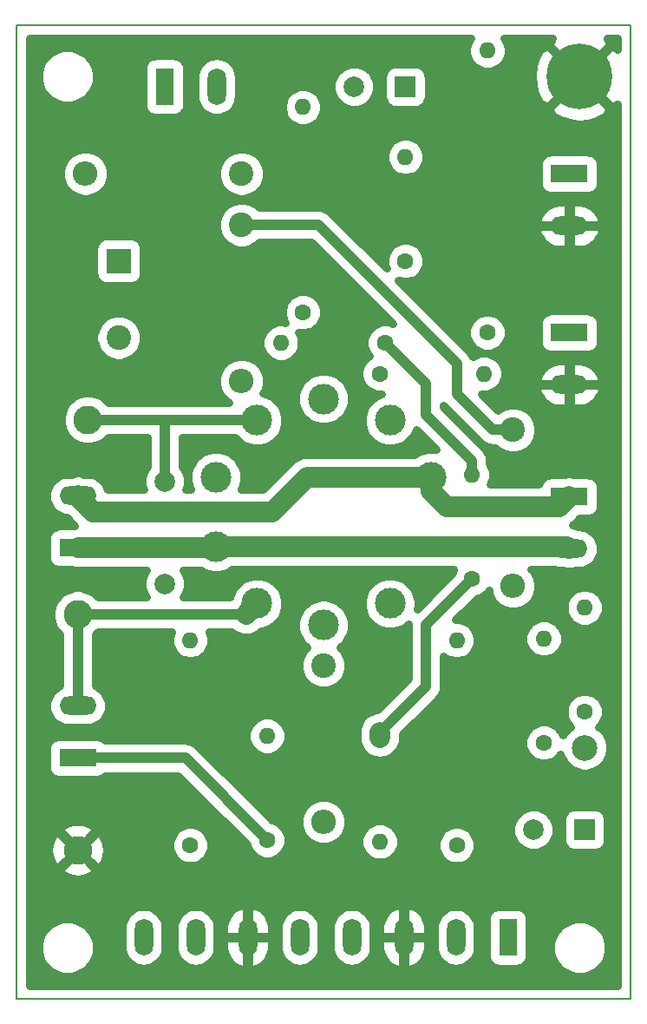
<source format=gbr>
%TF.GenerationSoftware,KiCad,Pcbnew,(5.1.5-0-10_14)*%
%TF.CreationDate,2020-09-13T21:17:04+01:00*%
%TF.ProjectId,PhasePCB,50686173-6550-4434-922e-6b696361645f,rev?*%
%TF.SameCoordinates,Original*%
%TF.FileFunction,Copper,L1,Top*%
%TF.FilePolarity,Positive*%
%FSLAX46Y46*%
G04 Gerber Fmt 4.6, Leading zero omitted, Abs format (unit mm)*
G04 Created by KiCad (PCBNEW (5.1.5-0-10_14)) date 2020-09-13 21:17:04*
%MOMM*%
%LPD*%
G04 APERTURE LIST*
%ADD10C,0.150000*%
%ADD11C,1.600000*%
%ADD12O,1.600000X1.600000*%
%ADD13R,2.400000X2.400000*%
%ADD14C,2.400000*%
%ADD15C,6.400000*%
%ADD16C,2.800000*%
%ADD17R,3.600000X1.800000*%
%ADD18O,3.600000X1.800000*%
%ADD19R,1.800000X3.600000*%
%ADD20O,1.800000X3.600000*%
%ADD21C,3.000000*%
%ADD22O,2.400000X2.400000*%
%ADD23R,2.000000X2.000000*%
%ADD24C,2.000000*%
%ADD25C,2.500000*%
%ADD26C,1.000000*%
%ADD27C,2.000000*%
%ADD28C,0.800000*%
G04 APERTURE END LIST*
D10*
X232500000Y-57500000D02*
X172500000Y-57500000D01*
X232500000Y-152500000D02*
X232500000Y-57500000D01*
X172500000Y-152500000D02*
X232500000Y-152500000D01*
X172500000Y-57500000D02*
X172500000Y-152500000D01*
D11*
X200500000Y-85500000D03*
D12*
X200500000Y-65500000D03*
D13*
X182500000Y-80500000D03*
D14*
X182500000Y-88000000D03*
D11*
X189500000Y-137500000D03*
D12*
X189500000Y-117500000D03*
D11*
X215500000Y-137500000D03*
D12*
X215500000Y-117500000D03*
D15*
X227500000Y-62500000D03*
D11*
X208000000Y-127000000D03*
D12*
X208000000Y-137160000D03*
D11*
X197000000Y-137000000D03*
D12*
X197000000Y-126840000D03*
D16*
X178500000Y-115000000D03*
X179500000Y-96000000D03*
X178500000Y-138000000D03*
D17*
X226500000Y-103500000D03*
D18*
X226500000Y-108580000D03*
D17*
X178500000Y-129000000D03*
D18*
X178500000Y-123920000D03*
D17*
X178500000Y-108500000D03*
D18*
X178500000Y-103420000D03*
D19*
X187000000Y-63500000D03*
D20*
X192080000Y-63500000D03*
D17*
X226500000Y-87500000D03*
D18*
X226500000Y-92580000D03*
D17*
X226500000Y-72000000D03*
D18*
X226500000Y-77080000D03*
D11*
X208500000Y-88500000D03*
D12*
X198340000Y-88500000D03*
D11*
X217000000Y-111500000D03*
D12*
X217000000Y-101340000D03*
D11*
X208000000Y-91500000D03*
D12*
X218160000Y-91500000D03*
D11*
X210500000Y-80500000D03*
D12*
X210500000Y-70340000D03*
D11*
X218500000Y-87500000D03*
D12*
X218500000Y-60000000D03*
D21*
X208989435Y-113931484D03*
X202500041Y-116040367D03*
X196010602Y-113931820D03*
X192000019Y-108411708D03*
X191999956Y-101588329D03*
X196010688Y-96068136D03*
X202499959Y-93959633D03*
X208989398Y-96068180D03*
X212999981Y-101588292D03*
D14*
X194500000Y-77000000D03*
D22*
X194500000Y-92240000D03*
D14*
X202500000Y-120000000D03*
D22*
X202500000Y-135240000D03*
D14*
X221000000Y-97000000D03*
D22*
X221000000Y-112240000D03*
D14*
X194500000Y-72000000D03*
D22*
X179260000Y-72000000D03*
D23*
X210500000Y-63500000D03*
D24*
X205500000Y-63500000D03*
X187000000Y-112000000D03*
X187000000Y-102000000D03*
D19*
X220500000Y-146500000D03*
D20*
X215420000Y-146500000D03*
X210340000Y-146500000D03*
X205260000Y-146500000D03*
X200180000Y-146500000D03*
X195100000Y-146500000D03*
X190020000Y-146500000D03*
X184940000Y-146500000D03*
D23*
X228000000Y-136000000D03*
D24*
X223000000Y-136000000D03*
D25*
X228000000Y-128000000D03*
D11*
X228000000Y-124500000D03*
D12*
X228000000Y-114340000D03*
D11*
X224000000Y-127500000D03*
D12*
X224000000Y-117340000D03*
D26*
X221000000Y-97000000D02*
X219000000Y-97000000D01*
X202000000Y-77000000D02*
X194500000Y-77000000D01*
X215500000Y-90500000D02*
X202000000Y-77000000D01*
X215500000Y-93500000D02*
X215500000Y-90500000D01*
X219000000Y-97000000D02*
X215500000Y-93500000D01*
D27*
X208989435Y-113931484D02*
X208989435Y-113989435D01*
X178500000Y-103500000D02*
X180000000Y-105000000D01*
X200911708Y-101588292D02*
X212999981Y-101588292D01*
X197500000Y-105000000D02*
X200911708Y-101588292D01*
X180000000Y-105000000D02*
X197500000Y-105000000D01*
X212999981Y-101588292D02*
X212999981Y-102999981D01*
X212999981Y-102999981D02*
X214500000Y-104500000D01*
X225500000Y-104500000D02*
X226500000Y-103500000D01*
X214500000Y-104500000D02*
X225500000Y-104500000D01*
X178500000Y-103420000D02*
X178500000Y-103500000D01*
X212999981Y-101588292D02*
X212999981Y-101611687D01*
X192000019Y-108411708D02*
X226331708Y-108411708D01*
X226331708Y-108411708D02*
X226500000Y-108580000D01*
X178500000Y-108500000D02*
X191911727Y-108500000D01*
X191911727Y-108500000D02*
X192000019Y-108411708D01*
X191911727Y-108500000D02*
X192000019Y-108411708D01*
D26*
X187000000Y-102000000D02*
X187000000Y-96000000D01*
X179500000Y-96000000D02*
X187000000Y-96000000D01*
X187000000Y-96000000D02*
X195942552Y-96000000D01*
D27*
X195942552Y-96000000D02*
X196010688Y-96068136D01*
D26*
X217000000Y-101340000D02*
X217000000Y-100000000D01*
X217000000Y-100000000D02*
X212500000Y-95500000D01*
X212500000Y-95500000D02*
X212500000Y-92500000D01*
X212500000Y-92500000D02*
X208500000Y-88500000D01*
X178500000Y-129000000D02*
X189000000Y-129000000D01*
X189000000Y-129000000D02*
X197000000Y-137000000D01*
X178500000Y-123920000D02*
X178500000Y-115000000D01*
X178500000Y-115000000D02*
X194942422Y-115000000D01*
D27*
X194942422Y-115000000D02*
X196010602Y-113931820D01*
X208000000Y-127000000D02*
X208000000Y-126500000D01*
D26*
X208000000Y-126500000D02*
X212500000Y-122000000D01*
X212500000Y-122000000D02*
X212500000Y-116000000D01*
X212500000Y-116000000D02*
X217000000Y-111500000D01*
D28*
G36*
X216727623Y-59052645D02*
G01*
X216576859Y-59416622D01*
X216500000Y-59803017D01*
X216500000Y-60196983D01*
X216576859Y-60583378D01*
X216727623Y-60947355D01*
X216946499Y-61274926D01*
X217225074Y-61553501D01*
X217552645Y-61772377D01*
X217916622Y-61923141D01*
X218303017Y-62000000D01*
X218696983Y-62000000D01*
X219083378Y-61923141D01*
X219447355Y-61772377D01*
X219774926Y-61553501D01*
X220053501Y-61274926D01*
X220272377Y-60947355D01*
X220423141Y-60583378D01*
X220500000Y-60196983D01*
X220500000Y-59803017D01*
X220423141Y-59416622D01*
X220272377Y-59052645D01*
X220086860Y-58775000D01*
X224832469Y-58775000D01*
X224550597Y-59409175D01*
X227500000Y-62358579D01*
X230449403Y-59409175D01*
X230167531Y-58775000D01*
X231225001Y-58775000D01*
X231225001Y-59832469D01*
X230590825Y-59550597D01*
X227641421Y-62500000D01*
X230590825Y-65449403D01*
X231225001Y-65167531D01*
X231225000Y-151225000D01*
X173775000Y-151225000D01*
X173775000Y-147224224D01*
X174700000Y-147224224D01*
X174700000Y-147775776D01*
X174807602Y-148316730D01*
X175018672Y-148826297D01*
X175325098Y-149284896D01*
X175715104Y-149674902D01*
X176173703Y-149981328D01*
X176683270Y-150192398D01*
X177224224Y-150300000D01*
X177775776Y-150300000D01*
X178316730Y-150192398D01*
X178826297Y-149981328D01*
X179284896Y-149674902D01*
X179674902Y-149284896D01*
X179981328Y-148826297D01*
X180192398Y-148316730D01*
X180300000Y-147775776D01*
X180300000Y-147224224D01*
X180192398Y-146683270D01*
X179981328Y-146173703D01*
X179674902Y-145715104D01*
X179456631Y-145496833D01*
X182840000Y-145496833D01*
X182840000Y-147503166D01*
X182870385Y-147811671D01*
X182990465Y-148207523D01*
X183185465Y-148572343D01*
X183447891Y-148892109D01*
X183767657Y-149154535D01*
X184132476Y-149349535D01*
X184528328Y-149469615D01*
X184940000Y-149510161D01*
X185351671Y-149469615D01*
X185747523Y-149349535D01*
X186112343Y-149154535D01*
X186432109Y-148892109D01*
X186694535Y-148572343D01*
X186889535Y-148207524D01*
X187009615Y-147811672D01*
X187040000Y-147503167D01*
X187040000Y-145496834D01*
X187040000Y-145496833D01*
X187920000Y-145496833D01*
X187920000Y-147503166D01*
X187950385Y-147811671D01*
X188070465Y-148207523D01*
X188265465Y-148572343D01*
X188527891Y-148892109D01*
X188847657Y-149154535D01*
X189212476Y-149349535D01*
X189608328Y-149469615D01*
X190020000Y-149510161D01*
X190431671Y-149469615D01*
X190827523Y-149349535D01*
X191192343Y-149154535D01*
X191512109Y-148892109D01*
X191774535Y-148572343D01*
X191969535Y-148207524D01*
X192089615Y-147811672D01*
X192120000Y-147503167D01*
X192120000Y-146600000D01*
X192800000Y-146600000D01*
X192800000Y-147500000D01*
X192863703Y-147946786D01*
X193013345Y-148372560D01*
X193243177Y-148760959D01*
X193544365Y-149097057D01*
X193905335Y-149367938D01*
X194312216Y-149563192D01*
X194641772Y-149653892D01*
X195000000Y-149347434D01*
X195000000Y-146600000D01*
X195200000Y-146600000D01*
X195200000Y-149347434D01*
X195558228Y-149653892D01*
X195887784Y-149563192D01*
X196294665Y-149367938D01*
X196655635Y-149097057D01*
X196956823Y-148760959D01*
X197186655Y-148372560D01*
X197336297Y-147946786D01*
X197400000Y-147500000D01*
X197400000Y-146600000D01*
X195200000Y-146600000D01*
X195000000Y-146600000D01*
X192800000Y-146600000D01*
X192120000Y-146600000D01*
X192120000Y-145500000D01*
X192800000Y-145500000D01*
X192800000Y-146400000D01*
X195000000Y-146400000D01*
X195000000Y-143652566D01*
X195200000Y-143652566D01*
X195200000Y-146400000D01*
X197400000Y-146400000D01*
X197400000Y-145500000D01*
X197399549Y-145496833D01*
X198080000Y-145496833D01*
X198080000Y-147503166D01*
X198110385Y-147811671D01*
X198230465Y-148207523D01*
X198425465Y-148572343D01*
X198687891Y-148892109D01*
X199007657Y-149154535D01*
X199372476Y-149349535D01*
X199768328Y-149469615D01*
X200180000Y-149510161D01*
X200591671Y-149469615D01*
X200987523Y-149349535D01*
X201352343Y-149154535D01*
X201672109Y-148892109D01*
X201934535Y-148572343D01*
X202129535Y-148207524D01*
X202249615Y-147811672D01*
X202280000Y-147503167D01*
X202280000Y-145496834D01*
X202280000Y-145496833D01*
X203160000Y-145496833D01*
X203160000Y-147503166D01*
X203190385Y-147811671D01*
X203310465Y-148207523D01*
X203505465Y-148572343D01*
X203767891Y-148892109D01*
X204087657Y-149154535D01*
X204452476Y-149349535D01*
X204848328Y-149469615D01*
X205260000Y-149510161D01*
X205671671Y-149469615D01*
X206067523Y-149349535D01*
X206432343Y-149154535D01*
X206752109Y-148892109D01*
X207014535Y-148572343D01*
X207209535Y-148207524D01*
X207329615Y-147811672D01*
X207360000Y-147503167D01*
X207360000Y-146600000D01*
X208040000Y-146600000D01*
X208040000Y-147500000D01*
X208103703Y-147946786D01*
X208253345Y-148372560D01*
X208483177Y-148760959D01*
X208784365Y-149097057D01*
X209145335Y-149367938D01*
X209552216Y-149563192D01*
X209881772Y-149653892D01*
X210240000Y-149347434D01*
X210240000Y-146600000D01*
X210440000Y-146600000D01*
X210440000Y-149347434D01*
X210798228Y-149653892D01*
X211127784Y-149563192D01*
X211534665Y-149367938D01*
X211895635Y-149097057D01*
X212196823Y-148760959D01*
X212426655Y-148372560D01*
X212576297Y-147946786D01*
X212640000Y-147500000D01*
X212640000Y-146600000D01*
X210440000Y-146600000D01*
X210240000Y-146600000D01*
X208040000Y-146600000D01*
X207360000Y-146600000D01*
X207360000Y-145500000D01*
X208040000Y-145500000D01*
X208040000Y-146400000D01*
X210240000Y-146400000D01*
X210240000Y-143652566D01*
X210440000Y-143652566D01*
X210440000Y-146400000D01*
X212640000Y-146400000D01*
X212640000Y-145500000D01*
X212639549Y-145496833D01*
X213320000Y-145496833D01*
X213320000Y-147503166D01*
X213350385Y-147811671D01*
X213470465Y-148207523D01*
X213665465Y-148572343D01*
X213927891Y-148892109D01*
X214247657Y-149154535D01*
X214612476Y-149349535D01*
X215008328Y-149469615D01*
X215420000Y-149510161D01*
X215831671Y-149469615D01*
X216227523Y-149349535D01*
X216592343Y-149154535D01*
X216912109Y-148892109D01*
X217174535Y-148572343D01*
X217369535Y-148207524D01*
X217489615Y-147811672D01*
X217520000Y-147503167D01*
X217520000Y-145496834D01*
X217489615Y-145188328D01*
X217369535Y-144792476D01*
X217320106Y-144700000D01*
X218394194Y-144700000D01*
X218394194Y-148300000D01*
X218417363Y-148535241D01*
X218485981Y-148761442D01*
X218597409Y-148969910D01*
X218747366Y-149152634D01*
X218930090Y-149302591D01*
X219138558Y-149414019D01*
X219364759Y-149482637D01*
X219600000Y-149505806D01*
X221400000Y-149505806D01*
X221635241Y-149482637D01*
X221861442Y-149414019D01*
X222069910Y-149302591D01*
X222252634Y-149152634D01*
X222402591Y-148969910D01*
X222514019Y-148761442D01*
X222582637Y-148535241D01*
X222605806Y-148300000D01*
X222605806Y-147224224D01*
X224700000Y-147224224D01*
X224700000Y-147775776D01*
X224807602Y-148316730D01*
X225018672Y-148826297D01*
X225325098Y-149284896D01*
X225715104Y-149674902D01*
X226173703Y-149981328D01*
X226683270Y-150192398D01*
X227224224Y-150300000D01*
X227775776Y-150300000D01*
X228316730Y-150192398D01*
X228826297Y-149981328D01*
X229284896Y-149674902D01*
X229674902Y-149284896D01*
X229981328Y-148826297D01*
X230192398Y-148316730D01*
X230300000Y-147775776D01*
X230300000Y-147224224D01*
X230192398Y-146683270D01*
X229981328Y-146173703D01*
X229674902Y-145715104D01*
X229284896Y-145325098D01*
X228826297Y-145018672D01*
X228316730Y-144807602D01*
X227775776Y-144700000D01*
X227224224Y-144700000D01*
X226683270Y-144807602D01*
X226173703Y-145018672D01*
X225715104Y-145325098D01*
X225325098Y-145715104D01*
X225018672Y-146173703D01*
X224807602Y-146683270D01*
X224700000Y-147224224D01*
X222605806Y-147224224D01*
X222605806Y-144700000D01*
X222582637Y-144464759D01*
X222514019Y-144238558D01*
X222402591Y-144030090D01*
X222252634Y-143847366D01*
X222069910Y-143697409D01*
X221861442Y-143585981D01*
X221635241Y-143517363D01*
X221400000Y-143494194D01*
X219600000Y-143494194D01*
X219364759Y-143517363D01*
X219138558Y-143585981D01*
X218930090Y-143697409D01*
X218747366Y-143847366D01*
X218597409Y-144030090D01*
X218485981Y-144238558D01*
X218417363Y-144464759D01*
X218394194Y-144700000D01*
X217320106Y-144700000D01*
X217174535Y-144427657D01*
X216912109Y-144107891D01*
X216592343Y-143845465D01*
X216227524Y-143650465D01*
X215831672Y-143530385D01*
X215420000Y-143489839D01*
X215008329Y-143530385D01*
X214612477Y-143650465D01*
X214247658Y-143845465D01*
X213927892Y-144107891D01*
X213665466Y-144427657D01*
X213470466Y-144792476D01*
X213350386Y-145188328D01*
X213320000Y-145496833D01*
X212639549Y-145496833D01*
X212576297Y-145053214D01*
X212426655Y-144627440D01*
X212196823Y-144239041D01*
X211895635Y-143902943D01*
X211534665Y-143632062D01*
X211127784Y-143436808D01*
X210798228Y-143346108D01*
X210440000Y-143652566D01*
X210240000Y-143652566D01*
X209881772Y-143346108D01*
X209552216Y-143436808D01*
X209145335Y-143632062D01*
X208784365Y-143902943D01*
X208483177Y-144239041D01*
X208253345Y-144627440D01*
X208103703Y-145053214D01*
X208040000Y-145500000D01*
X207360000Y-145500000D01*
X207360000Y-145496834D01*
X207329615Y-145188328D01*
X207209535Y-144792476D01*
X207014535Y-144427657D01*
X206752109Y-144107891D01*
X206432343Y-143845465D01*
X206067524Y-143650465D01*
X205671672Y-143530385D01*
X205260000Y-143489839D01*
X204848329Y-143530385D01*
X204452477Y-143650465D01*
X204087658Y-143845465D01*
X203767892Y-144107891D01*
X203505466Y-144427657D01*
X203310466Y-144792476D01*
X203190386Y-145188328D01*
X203160000Y-145496833D01*
X202280000Y-145496833D01*
X202249615Y-145188328D01*
X202129535Y-144792476D01*
X201934535Y-144427657D01*
X201672109Y-144107891D01*
X201352343Y-143845465D01*
X200987524Y-143650465D01*
X200591672Y-143530385D01*
X200180000Y-143489839D01*
X199768329Y-143530385D01*
X199372477Y-143650465D01*
X199007658Y-143845465D01*
X198687892Y-144107891D01*
X198425466Y-144427657D01*
X198230466Y-144792476D01*
X198110386Y-145188328D01*
X198080000Y-145496833D01*
X197399549Y-145496833D01*
X197336297Y-145053214D01*
X197186655Y-144627440D01*
X196956823Y-144239041D01*
X196655635Y-143902943D01*
X196294665Y-143632062D01*
X195887784Y-143436808D01*
X195558228Y-143346108D01*
X195200000Y-143652566D01*
X195000000Y-143652566D01*
X194641772Y-143346108D01*
X194312216Y-143436808D01*
X193905335Y-143632062D01*
X193544365Y-143902943D01*
X193243177Y-144239041D01*
X193013345Y-144627440D01*
X192863703Y-145053214D01*
X192800000Y-145500000D01*
X192120000Y-145500000D01*
X192120000Y-145496834D01*
X192089615Y-145188328D01*
X191969535Y-144792476D01*
X191774535Y-144427657D01*
X191512109Y-144107891D01*
X191192343Y-143845465D01*
X190827524Y-143650465D01*
X190431672Y-143530385D01*
X190020000Y-143489839D01*
X189608329Y-143530385D01*
X189212477Y-143650465D01*
X188847658Y-143845465D01*
X188527892Y-144107891D01*
X188265466Y-144427657D01*
X188070466Y-144792476D01*
X187950386Y-145188328D01*
X187920000Y-145496833D01*
X187040000Y-145496833D01*
X187009615Y-145188328D01*
X186889535Y-144792476D01*
X186694535Y-144427657D01*
X186432109Y-144107891D01*
X186112343Y-143845465D01*
X185747524Y-143650465D01*
X185351672Y-143530385D01*
X184940000Y-143489839D01*
X184528329Y-143530385D01*
X184132477Y-143650465D01*
X183767658Y-143845465D01*
X183447892Y-144107891D01*
X183185466Y-144427657D01*
X182990466Y-144792476D01*
X182870386Y-145188328D01*
X182840000Y-145496833D01*
X179456631Y-145496833D01*
X179284896Y-145325098D01*
X178826297Y-145018672D01*
X178316730Y-144807602D01*
X177775776Y-144700000D01*
X177224224Y-144700000D01*
X176683270Y-144807602D01*
X176173703Y-145018672D01*
X175715104Y-145325098D01*
X175325098Y-145715104D01*
X175018672Y-146173703D01*
X174807602Y-146683270D01*
X174700000Y-147224224D01*
X173775000Y-147224224D01*
X173775000Y-139811267D01*
X176830155Y-139811267D01*
X176928185Y-140333549D01*
X177413640Y-140595356D01*
X177940843Y-140757425D01*
X178489533Y-140813528D01*
X179038627Y-140761509D01*
X179567021Y-140603366D01*
X180054410Y-140345177D01*
X180071815Y-140333549D01*
X180169845Y-139811267D01*
X178500000Y-138141421D01*
X176830155Y-139811267D01*
X173775000Y-139811267D01*
X173775000Y-137989533D01*
X175686472Y-137989533D01*
X175738491Y-138538627D01*
X175896634Y-139067021D01*
X176154823Y-139554410D01*
X176166451Y-139571815D01*
X176688733Y-139669845D01*
X178358579Y-138000000D01*
X178641421Y-138000000D01*
X180311267Y-139669845D01*
X180833549Y-139571815D01*
X181095356Y-139086360D01*
X181257425Y-138559157D01*
X181313528Y-138010467D01*
X181261509Y-137461373D01*
X181214115Y-137303017D01*
X187500000Y-137303017D01*
X187500000Y-137696983D01*
X187576859Y-138083378D01*
X187727623Y-138447355D01*
X187946499Y-138774926D01*
X188225074Y-139053501D01*
X188552645Y-139272377D01*
X188916622Y-139423141D01*
X189303017Y-139500000D01*
X189696983Y-139500000D01*
X190083378Y-139423141D01*
X190447355Y-139272377D01*
X190774926Y-139053501D01*
X191053501Y-138774926D01*
X191272377Y-138447355D01*
X191423141Y-138083378D01*
X191500000Y-137696983D01*
X191500000Y-137303017D01*
X191423141Y-136916622D01*
X191272377Y-136552645D01*
X191053501Y-136225074D01*
X190774926Y-135946499D01*
X190447355Y-135727623D01*
X190083378Y-135576859D01*
X189696983Y-135500000D01*
X189303017Y-135500000D01*
X188916622Y-135576859D01*
X188552645Y-135727623D01*
X188225074Y-135946499D01*
X187946499Y-136225074D01*
X187727623Y-136552645D01*
X187576859Y-136916622D01*
X187500000Y-137303017D01*
X181214115Y-137303017D01*
X181103366Y-136932979D01*
X180845177Y-136445590D01*
X180833549Y-136428185D01*
X180311267Y-136330155D01*
X178641421Y-138000000D01*
X178358579Y-138000000D01*
X176688733Y-136330155D01*
X176166451Y-136428185D01*
X175904644Y-136913640D01*
X175742575Y-137440843D01*
X175686472Y-137989533D01*
X173775000Y-137989533D01*
X173775000Y-136188733D01*
X176830155Y-136188733D01*
X178500000Y-137858579D01*
X180169845Y-136188733D01*
X180071815Y-135666451D01*
X179586360Y-135404644D01*
X179059157Y-135242575D01*
X178510467Y-135186472D01*
X177961373Y-135238491D01*
X177432979Y-135396634D01*
X176945590Y-135654823D01*
X176928185Y-135666451D01*
X176830155Y-136188733D01*
X173775000Y-136188733D01*
X173775000Y-128100000D01*
X175494194Y-128100000D01*
X175494194Y-129900000D01*
X175517363Y-130135241D01*
X175585981Y-130361442D01*
X175697409Y-130569910D01*
X175847366Y-130752634D01*
X176030090Y-130902591D01*
X176238558Y-131014019D01*
X176464759Y-131082637D01*
X176700000Y-131105806D01*
X180300000Y-131105806D01*
X180535241Y-131082637D01*
X180761442Y-131014019D01*
X180969910Y-130902591D01*
X181152634Y-130752634D01*
X181195829Y-130700000D01*
X188295837Y-130700000D01*
X195051444Y-137455607D01*
X195076859Y-137583378D01*
X195227623Y-137947355D01*
X195446499Y-138274926D01*
X195725074Y-138553501D01*
X196052645Y-138772377D01*
X196416622Y-138923141D01*
X196803017Y-139000000D01*
X197196983Y-139000000D01*
X197583378Y-138923141D01*
X197947355Y-138772377D01*
X198274926Y-138553501D01*
X198553501Y-138274926D01*
X198772377Y-137947355D01*
X198923141Y-137583378D01*
X199000000Y-137196983D01*
X199000000Y-136803017D01*
X198923141Y-136416622D01*
X198772377Y-136052645D01*
X198553501Y-135725074D01*
X198274926Y-135446499D01*
X197947355Y-135227623D01*
X197583378Y-135076859D01*
X197455607Y-135051444D01*
X197407784Y-135003621D01*
X200100000Y-135003621D01*
X200100000Y-135476379D01*
X200192230Y-135940054D01*
X200373147Y-136376826D01*
X200635798Y-136769911D01*
X200970089Y-137104202D01*
X201363174Y-137366853D01*
X201799946Y-137547770D01*
X202263621Y-137640000D01*
X202736379Y-137640000D01*
X203200054Y-137547770D01*
X203636826Y-137366853D01*
X204029911Y-137104202D01*
X204171096Y-136963017D01*
X206000000Y-136963017D01*
X206000000Y-137356983D01*
X206076859Y-137743378D01*
X206227623Y-138107355D01*
X206446499Y-138434926D01*
X206725074Y-138713501D01*
X207052645Y-138932377D01*
X207416622Y-139083141D01*
X207803017Y-139160000D01*
X208196983Y-139160000D01*
X208583378Y-139083141D01*
X208947355Y-138932377D01*
X209274926Y-138713501D01*
X209553501Y-138434926D01*
X209772377Y-138107355D01*
X209923141Y-137743378D01*
X210000000Y-137356983D01*
X210000000Y-137303017D01*
X213500000Y-137303017D01*
X213500000Y-137696983D01*
X213576859Y-138083378D01*
X213727623Y-138447355D01*
X213946499Y-138774926D01*
X214225074Y-139053501D01*
X214552645Y-139272377D01*
X214916622Y-139423141D01*
X215303017Y-139500000D01*
X215696983Y-139500000D01*
X216083378Y-139423141D01*
X216447355Y-139272377D01*
X216774926Y-139053501D01*
X217053501Y-138774926D01*
X217272377Y-138447355D01*
X217423141Y-138083378D01*
X217500000Y-137696983D01*
X217500000Y-137303017D01*
X217423141Y-136916622D01*
X217272377Y-136552645D01*
X217053501Y-136225074D01*
X216774926Y-135946499D01*
X216530710Y-135783319D01*
X220800000Y-135783319D01*
X220800000Y-136216681D01*
X220884545Y-136641716D01*
X221050385Y-137042091D01*
X221291148Y-137402418D01*
X221597582Y-137708852D01*
X221957909Y-137949615D01*
X222358284Y-138115455D01*
X222783319Y-138200000D01*
X223216681Y-138200000D01*
X223641716Y-138115455D01*
X224042091Y-137949615D01*
X224402418Y-137708852D01*
X224708852Y-137402418D01*
X224949615Y-137042091D01*
X225115455Y-136641716D01*
X225200000Y-136216681D01*
X225200000Y-135783319D01*
X225115455Y-135358284D01*
X224967050Y-135000000D01*
X225794194Y-135000000D01*
X225794194Y-137000000D01*
X225817363Y-137235241D01*
X225885981Y-137461442D01*
X225997409Y-137669910D01*
X226147366Y-137852634D01*
X226330090Y-138002591D01*
X226538558Y-138114019D01*
X226764759Y-138182637D01*
X227000000Y-138205806D01*
X229000000Y-138205806D01*
X229235241Y-138182637D01*
X229461442Y-138114019D01*
X229669910Y-138002591D01*
X229852634Y-137852634D01*
X230002591Y-137669910D01*
X230114019Y-137461442D01*
X230182637Y-137235241D01*
X230205806Y-137000000D01*
X230205806Y-135000000D01*
X230182637Y-134764759D01*
X230114019Y-134538558D01*
X230002591Y-134330090D01*
X229852634Y-134147366D01*
X229669910Y-133997409D01*
X229461442Y-133885981D01*
X229235241Y-133817363D01*
X229000000Y-133794194D01*
X227000000Y-133794194D01*
X226764759Y-133817363D01*
X226538558Y-133885981D01*
X226330090Y-133997409D01*
X226147366Y-134147366D01*
X225997409Y-134330090D01*
X225885981Y-134538558D01*
X225817363Y-134764759D01*
X225794194Y-135000000D01*
X224967050Y-135000000D01*
X224949615Y-134957909D01*
X224708852Y-134597582D01*
X224402418Y-134291148D01*
X224042091Y-134050385D01*
X223641716Y-133884545D01*
X223216681Y-133800000D01*
X222783319Y-133800000D01*
X222358284Y-133884545D01*
X221957909Y-134050385D01*
X221597582Y-134291148D01*
X221291148Y-134597582D01*
X221050385Y-134957909D01*
X220884545Y-135358284D01*
X220800000Y-135783319D01*
X216530710Y-135783319D01*
X216447355Y-135727623D01*
X216083378Y-135576859D01*
X215696983Y-135500000D01*
X215303017Y-135500000D01*
X214916622Y-135576859D01*
X214552645Y-135727623D01*
X214225074Y-135946499D01*
X213946499Y-136225074D01*
X213727623Y-136552645D01*
X213576859Y-136916622D01*
X213500000Y-137303017D01*
X210000000Y-137303017D01*
X210000000Y-136963017D01*
X209923141Y-136576622D01*
X209772377Y-136212645D01*
X209553501Y-135885074D01*
X209274926Y-135606499D01*
X208947355Y-135387623D01*
X208583378Y-135236859D01*
X208196983Y-135160000D01*
X207803017Y-135160000D01*
X207416622Y-135236859D01*
X207052645Y-135387623D01*
X206725074Y-135606499D01*
X206446499Y-135885074D01*
X206227623Y-136212645D01*
X206076859Y-136576622D01*
X206000000Y-136963017D01*
X204171096Y-136963017D01*
X204364202Y-136769911D01*
X204626853Y-136376826D01*
X204807770Y-135940054D01*
X204900000Y-135476379D01*
X204900000Y-135003621D01*
X204807770Y-134539946D01*
X204626853Y-134103174D01*
X204364202Y-133710089D01*
X204029911Y-133375798D01*
X203636826Y-133113147D01*
X203200054Y-132932230D01*
X202736379Y-132840000D01*
X202263621Y-132840000D01*
X201799946Y-132932230D01*
X201363174Y-133113147D01*
X200970089Y-133375798D01*
X200635798Y-133710089D01*
X200373147Y-134103174D01*
X200192230Y-134539946D01*
X200100000Y-135003621D01*
X197407784Y-135003621D01*
X190261128Y-127856965D01*
X190207897Y-127792103D01*
X190143035Y-127738872D01*
X190143031Y-127738868D01*
X189949039Y-127579663D01*
X189653709Y-127421806D01*
X189333258Y-127324598D01*
X189083510Y-127300000D01*
X189083500Y-127300000D01*
X189000000Y-127291776D01*
X188916500Y-127300000D01*
X181195829Y-127300000D01*
X181152634Y-127247366D01*
X180969910Y-127097409D01*
X180761442Y-126985981D01*
X180535241Y-126917363D01*
X180300000Y-126894194D01*
X176700000Y-126894194D01*
X176464759Y-126917363D01*
X176238558Y-126985981D01*
X176030090Y-127097409D01*
X175847366Y-127247366D01*
X175697409Y-127430090D01*
X175585981Y-127638558D01*
X175517363Y-127864759D01*
X175494194Y-128100000D01*
X173775000Y-128100000D01*
X173775000Y-126643017D01*
X195000000Y-126643017D01*
X195000000Y-127036983D01*
X195076859Y-127423378D01*
X195227623Y-127787355D01*
X195446499Y-128114926D01*
X195725074Y-128393501D01*
X196052645Y-128612377D01*
X196416622Y-128763141D01*
X196803017Y-128840000D01*
X197196983Y-128840000D01*
X197583378Y-128763141D01*
X197947355Y-128612377D01*
X198274926Y-128393501D01*
X198553501Y-128114926D01*
X198772377Y-127787355D01*
X198923141Y-127423378D01*
X199000000Y-127036983D01*
X199000000Y-126643017D01*
X198923141Y-126256622D01*
X198772377Y-125892645D01*
X198553501Y-125565074D01*
X198274926Y-125286499D01*
X197947355Y-125067623D01*
X197583378Y-124916859D01*
X197196983Y-124840000D01*
X196803017Y-124840000D01*
X196416622Y-124916859D01*
X196052645Y-125067623D01*
X195725074Y-125286499D01*
X195446499Y-125565074D01*
X195227623Y-125892645D01*
X195076859Y-126256622D01*
X195000000Y-126643017D01*
X173775000Y-126643017D01*
X173775000Y-103420000D01*
X175489839Y-103420000D01*
X175530385Y-103831672D01*
X175650465Y-104227524D01*
X175845465Y-104592343D01*
X176107891Y-104912109D01*
X176427657Y-105174535D01*
X176792476Y-105369535D01*
X177188328Y-105489615D01*
X177399106Y-105510375D01*
X178206949Y-106318219D01*
X178068725Y-106331833D01*
X177863148Y-106394194D01*
X176700000Y-106394194D01*
X176464759Y-106417363D01*
X176238558Y-106485981D01*
X176030090Y-106597409D01*
X175847366Y-106747366D01*
X175697409Y-106930090D01*
X175585981Y-107138558D01*
X175517363Y-107364759D01*
X175494194Y-107600000D01*
X175494194Y-109400000D01*
X175517363Y-109635241D01*
X175585981Y-109861442D01*
X175697409Y-110069910D01*
X175847366Y-110252634D01*
X176030090Y-110402591D01*
X176238558Y-110514019D01*
X176464759Y-110582637D01*
X176700000Y-110605806D01*
X177863148Y-110605806D01*
X178068725Y-110668167D01*
X178391930Y-110700000D01*
X185222714Y-110700000D01*
X185050385Y-110957909D01*
X184884545Y-111358284D01*
X184800000Y-111783319D01*
X184800000Y-112216681D01*
X184884545Y-112641716D01*
X185050385Y-113042091D01*
X185222714Y-113300000D01*
X180476955Y-113300000D01*
X180157403Y-112980448D01*
X179731562Y-112695910D01*
X179258392Y-112499917D01*
X178756078Y-112400000D01*
X178243922Y-112400000D01*
X177741608Y-112499917D01*
X177268438Y-112695910D01*
X176842597Y-112980448D01*
X176480448Y-113342597D01*
X176195910Y-113768438D01*
X175999917Y-114241608D01*
X175900000Y-114743922D01*
X175900000Y-115256078D01*
X175999917Y-115758392D01*
X176195910Y-116231562D01*
X176480448Y-116657403D01*
X176800001Y-116976956D01*
X176800000Y-121968183D01*
X176792476Y-121970465D01*
X176427657Y-122165465D01*
X176107891Y-122427891D01*
X175845465Y-122747657D01*
X175650465Y-123112476D01*
X175530385Y-123508328D01*
X175489839Y-123920000D01*
X175530385Y-124331672D01*
X175650465Y-124727524D01*
X175845465Y-125092343D01*
X176107891Y-125412109D01*
X176427657Y-125674535D01*
X176792476Y-125869535D01*
X177188328Y-125989615D01*
X177496833Y-126020000D01*
X179503167Y-126020000D01*
X179811672Y-125989615D01*
X180207524Y-125869535D01*
X180572343Y-125674535D01*
X180892109Y-125412109D01*
X181154535Y-125092343D01*
X181349535Y-124727524D01*
X181469615Y-124331672D01*
X181510161Y-123920000D01*
X181469615Y-123508328D01*
X181349535Y-123112476D01*
X181154535Y-122747657D01*
X180892109Y-122427891D01*
X180572343Y-122165465D01*
X180207524Y-121970465D01*
X180200000Y-121968183D01*
X180200000Y-116976955D01*
X180476955Y-116700000D01*
X187666587Y-116700000D01*
X187576859Y-116916622D01*
X187500000Y-117303017D01*
X187500000Y-117696983D01*
X187576859Y-118083378D01*
X187727623Y-118447355D01*
X187946499Y-118774926D01*
X188225074Y-119053501D01*
X188552645Y-119272377D01*
X188916622Y-119423141D01*
X189303017Y-119500000D01*
X189696983Y-119500000D01*
X190083378Y-119423141D01*
X190447355Y-119272377D01*
X190774926Y-119053501D01*
X191053501Y-118774926D01*
X191272377Y-118447355D01*
X191423141Y-118083378D01*
X191500000Y-117696983D01*
X191500000Y-117303017D01*
X191423141Y-116916622D01*
X191333413Y-116700000D01*
X193546000Y-116700000D01*
X193714254Y-116838083D01*
X194096446Y-117042369D01*
X194511147Y-117168166D01*
X194942422Y-117210643D01*
X195373697Y-117168166D01*
X195788398Y-117042369D01*
X196170590Y-116838083D01*
X196421639Y-116632051D01*
X196457959Y-116595731D01*
X196798163Y-116528060D01*
X197289532Y-116324529D01*
X197731752Y-116029047D01*
X197986359Y-115774440D01*
X199800041Y-115774440D01*
X199800041Y-116306294D01*
X199903801Y-116827928D01*
X200107332Y-117319297D01*
X200402814Y-117761517D01*
X200778891Y-118137594D01*
X200892429Y-118213458D01*
X200635798Y-118470089D01*
X200373147Y-118863174D01*
X200192230Y-119299946D01*
X200100000Y-119763621D01*
X200100000Y-120236379D01*
X200192230Y-120700054D01*
X200373147Y-121136826D01*
X200635798Y-121529911D01*
X200970089Y-121864202D01*
X201363174Y-122126853D01*
X201799946Y-122307770D01*
X202263621Y-122400000D01*
X202736379Y-122400000D01*
X203200054Y-122307770D01*
X203636826Y-122126853D01*
X204029911Y-121864202D01*
X204364202Y-121529911D01*
X204626853Y-121136826D01*
X204807770Y-120700054D01*
X204900000Y-120236379D01*
X204900000Y-119763621D01*
X204807770Y-119299946D01*
X204626853Y-118863174D01*
X204364202Y-118470089D01*
X204107604Y-118213491D01*
X204221191Y-118137594D01*
X204597268Y-117761517D01*
X204892750Y-117319297D01*
X205096281Y-116827928D01*
X205200041Y-116306294D01*
X205200041Y-115774440D01*
X205096281Y-115252806D01*
X204892750Y-114761437D01*
X204597268Y-114319217D01*
X204221191Y-113943140D01*
X203778971Y-113647658D01*
X203287602Y-113444127D01*
X202765968Y-113340367D01*
X202234114Y-113340367D01*
X201712480Y-113444127D01*
X201221111Y-113647658D01*
X200778891Y-113943140D01*
X200402814Y-114319217D01*
X200107332Y-114761437D01*
X199903801Y-115252806D01*
X199800041Y-115774440D01*
X197986359Y-115774440D01*
X198107829Y-115652970D01*
X198403311Y-115210750D01*
X198606842Y-114719381D01*
X198710602Y-114197747D01*
X198710602Y-113665893D01*
X198606842Y-113144259D01*
X198403311Y-112652890D01*
X198107829Y-112210670D01*
X197731752Y-111834593D01*
X197289532Y-111539111D01*
X196798163Y-111335580D01*
X196276529Y-111231820D01*
X195744675Y-111231820D01*
X195223041Y-111335580D01*
X194731672Y-111539111D01*
X194289452Y-111834593D01*
X193913375Y-112210670D01*
X193617893Y-112652890D01*
X193414362Y-113144259D01*
X193383383Y-113300000D01*
X188777286Y-113300000D01*
X188949615Y-113042091D01*
X189115455Y-112641716D01*
X189200000Y-112216681D01*
X189200000Y-111783319D01*
X189115455Y-111358284D01*
X188949615Y-110957909D01*
X188777286Y-110700000D01*
X190564818Y-110700000D01*
X190721089Y-110804417D01*
X191212458Y-111007948D01*
X191734092Y-111111708D01*
X192265946Y-111111708D01*
X192787580Y-111007948D01*
X193278949Y-110804417D01*
X193567358Y-110611708D01*
X215203158Y-110611708D01*
X215076859Y-110916622D01*
X215051444Y-111044393D01*
X211637542Y-114458295D01*
X211689435Y-114197411D01*
X211689435Y-113665557D01*
X211585675Y-113143923D01*
X211382144Y-112652554D01*
X211086662Y-112210334D01*
X210710585Y-111834257D01*
X210268365Y-111538775D01*
X209776996Y-111335244D01*
X209255362Y-111231484D01*
X208723508Y-111231484D01*
X208201874Y-111335244D01*
X207710505Y-111538775D01*
X207268285Y-111834257D01*
X206892208Y-112210334D01*
X206596726Y-112652554D01*
X206393195Y-113143923D01*
X206289435Y-113665557D01*
X206289435Y-114197411D01*
X206393195Y-114719045D01*
X206596726Y-115210414D01*
X206892208Y-115652634D01*
X207268285Y-116028711D01*
X207710505Y-116324193D01*
X208201874Y-116527724D01*
X208723508Y-116631484D01*
X209255362Y-116631484D01*
X209776996Y-116527724D01*
X210268365Y-116324193D01*
X210710585Y-116028711D01*
X210797510Y-115941786D01*
X210791776Y-116000000D01*
X210800001Y-116083510D01*
X210800000Y-121295837D01*
X207785339Y-124310498D01*
X207568726Y-124331833D01*
X207154024Y-124457631D01*
X206771833Y-124661917D01*
X206436840Y-124936839D01*
X206161917Y-125271832D01*
X205957631Y-125654023D01*
X205831833Y-126068725D01*
X205800000Y-126391930D01*
X205800000Y-127108069D01*
X205831833Y-127431274D01*
X205957631Y-127845976D01*
X206161917Y-128228168D01*
X206436839Y-128563161D01*
X206771832Y-128838083D01*
X207154023Y-129042369D01*
X207568725Y-129168167D01*
X208000000Y-129210644D01*
X208431274Y-129168167D01*
X208845976Y-129042369D01*
X209228168Y-128838083D01*
X209563161Y-128563161D01*
X209838083Y-128228168D01*
X210042369Y-127845977D01*
X210168167Y-127431275D01*
X210180799Y-127303017D01*
X222000000Y-127303017D01*
X222000000Y-127696983D01*
X222076859Y-128083378D01*
X222227623Y-128447355D01*
X222446499Y-128774926D01*
X222725074Y-129053501D01*
X223052645Y-129272377D01*
X223416622Y-129423141D01*
X223803017Y-129500000D01*
X224196983Y-129500000D01*
X224583378Y-129423141D01*
X224947355Y-129272377D01*
X225274926Y-129053501D01*
X225553501Y-128774926D01*
X225632597Y-128656550D01*
X225644152Y-128714639D01*
X225828838Y-129160510D01*
X226096960Y-129561784D01*
X226438216Y-129903040D01*
X226839490Y-130171162D01*
X227285361Y-130355848D01*
X227758696Y-130450000D01*
X228241304Y-130450000D01*
X228714639Y-130355848D01*
X229160510Y-130171162D01*
X229561784Y-129903040D01*
X229903040Y-129561784D01*
X230171162Y-129160510D01*
X230355848Y-128714639D01*
X230450000Y-128241304D01*
X230450000Y-127758696D01*
X230355848Y-127285361D01*
X230171162Y-126839490D01*
X229903040Y-126438216D01*
X229561784Y-126096960D01*
X229363773Y-125964654D01*
X229553501Y-125774926D01*
X229772377Y-125447355D01*
X229923141Y-125083378D01*
X230000000Y-124696983D01*
X230000000Y-124303017D01*
X229923141Y-123916622D01*
X229772377Y-123552645D01*
X229553501Y-123225074D01*
X229274926Y-122946499D01*
X228947355Y-122727623D01*
X228583378Y-122576859D01*
X228196983Y-122500000D01*
X227803017Y-122500000D01*
X227416622Y-122576859D01*
X227052645Y-122727623D01*
X226725074Y-122946499D01*
X226446499Y-123225074D01*
X226227623Y-123552645D01*
X226076859Y-123916622D01*
X226000000Y-124303017D01*
X226000000Y-124696983D01*
X226076859Y-125083378D01*
X226227623Y-125447355D01*
X226446499Y-125774926D01*
X226636227Y-125964654D01*
X226438216Y-126096960D01*
X226096960Y-126438216D01*
X225867330Y-126781882D01*
X225772377Y-126552645D01*
X225553501Y-126225074D01*
X225274926Y-125946499D01*
X224947355Y-125727623D01*
X224583378Y-125576859D01*
X224196983Y-125500000D01*
X223803017Y-125500000D01*
X223416622Y-125576859D01*
X223052645Y-125727623D01*
X222725074Y-125946499D01*
X222446499Y-126225074D01*
X222227623Y-126552645D01*
X222076859Y-126916622D01*
X222000000Y-127303017D01*
X210180799Y-127303017D01*
X210200000Y-127108070D01*
X210200000Y-126704163D01*
X213643036Y-123261127D01*
X213707897Y-123207897D01*
X213761131Y-123143032D01*
X213920337Y-122949040D01*
X214078193Y-122653710D01*
X214078194Y-122653709D01*
X214175402Y-122333258D01*
X214200000Y-122083510D01*
X214200000Y-122083501D01*
X214208224Y-122000001D01*
X214200000Y-121916501D01*
X214200000Y-119028427D01*
X214225074Y-119053501D01*
X214552645Y-119272377D01*
X214916622Y-119423141D01*
X215303017Y-119500000D01*
X215696983Y-119500000D01*
X216083378Y-119423141D01*
X216447355Y-119272377D01*
X216774926Y-119053501D01*
X217053501Y-118774926D01*
X217272377Y-118447355D01*
X217423141Y-118083378D01*
X217500000Y-117696983D01*
X217500000Y-117303017D01*
X217468174Y-117143017D01*
X222000000Y-117143017D01*
X222000000Y-117536983D01*
X222076859Y-117923378D01*
X222227623Y-118287355D01*
X222446499Y-118614926D01*
X222725074Y-118893501D01*
X223052645Y-119112377D01*
X223416622Y-119263141D01*
X223803017Y-119340000D01*
X224196983Y-119340000D01*
X224583378Y-119263141D01*
X224947355Y-119112377D01*
X225274926Y-118893501D01*
X225553501Y-118614926D01*
X225772377Y-118287355D01*
X225923141Y-117923378D01*
X226000000Y-117536983D01*
X226000000Y-117143017D01*
X225923141Y-116756622D01*
X225772377Y-116392645D01*
X225553501Y-116065074D01*
X225274926Y-115786499D01*
X224947355Y-115567623D01*
X224583378Y-115416859D01*
X224196983Y-115340000D01*
X223803017Y-115340000D01*
X223416622Y-115416859D01*
X223052645Y-115567623D01*
X222725074Y-115786499D01*
X222446499Y-116065074D01*
X222227623Y-116392645D01*
X222076859Y-116756622D01*
X222000000Y-117143017D01*
X217468174Y-117143017D01*
X217423141Y-116916622D01*
X217272377Y-116552645D01*
X217053501Y-116225074D01*
X216774926Y-115946499D01*
X216447355Y-115727623D01*
X216083378Y-115576859D01*
X215696983Y-115500000D01*
X215404163Y-115500000D01*
X217455607Y-113448556D01*
X217583378Y-113423141D01*
X217947355Y-113272377D01*
X218274926Y-113053501D01*
X218553501Y-112774926D01*
X218635095Y-112652813D01*
X218692230Y-112940054D01*
X218873147Y-113376826D01*
X219135798Y-113769911D01*
X219470089Y-114104202D01*
X219863174Y-114366853D01*
X220299946Y-114547770D01*
X220763621Y-114640000D01*
X221236379Y-114640000D01*
X221700054Y-114547770D01*
X222136826Y-114366853D01*
X222471820Y-114143017D01*
X226000000Y-114143017D01*
X226000000Y-114536983D01*
X226076859Y-114923378D01*
X226227623Y-115287355D01*
X226446499Y-115614926D01*
X226725074Y-115893501D01*
X227052645Y-116112377D01*
X227416622Y-116263141D01*
X227803017Y-116340000D01*
X228196983Y-116340000D01*
X228583378Y-116263141D01*
X228947355Y-116112377D01*
X229274926Y-115893501D01*
X229553501Y-115614926D01*
X229772377Y-115287355D01*
X229923141Y-114923378D01*
X230000000Y-114536983D01*
X230000000Y-114143017D01*
X229923141Y-113756622D01*
X229772377Y-113392645D01*
X229553501Y-113065074D01*
X229274926Y-112786499D01*
X228947355Y-112567623D01*
X228583378Y-112416859D01*
X228196983Y-112340000D01*
X227803017Y-112340000D01*
X227416622Y-112416859D01*
X227052645Y-112567623D01*
X226725074Y-112786499D01*
X226446499Y-113065074D01*
X226227623Y-113392645D01*
X226076859Y-113756622D01*
X226000000Y-114143017D01*
X222471820Y-114143017D01*
X222529911Y-114104202D01*
X222864202Y-113769911D01*
X223126853Y-113376826D01*
X223307770Y-112940054D01*
X223400000Y-112476379D01*
X223400000Y-112003621D01*
X223307770Y-111539946D01*
X223126853Y-111103174D01*
X222864202Y-110710089D01*
X222765821Y-110611708D01*
X225063365Y-110611708D01*
X225188328Y-110649615D01*
X225496833Y-110680000D01*
X225844010Y-110680000D01*
X226068726Y-110748166D01*
X226500000Y-110790643D01*
X226931275Y-110748166D01*
X227155991Y-110680000D01*
X227503167Y-110680000D01*
X227811672Y-110649615D01*
X228207524Y-110529535D01*
X228572343Y-110334535D01*
X228892109Y-110072109D01*
X229154535Y-109752343D01*
X229349535Y-109387524D01*
X229469615Y-108991672D01*
X229510161Y-108580000D01*
X229469615Y-108168328D01*
X229349535Y-107772476D01*
X229154535Y-107407657D01*
X228892109Y-107087891D01*
X228572343Y-106825465D01*
X228207524Y-106630465D01*
X227811672Y-106510385D01*
X227503167Y-106480000D01*
X227384717Y-106480000D01*
X227177685Y-106369339D01*
X226821674Y-106261345D01*
X227063161Y-106063161D01*
X227132057Y-105979211D01*
X227505462Y-105605806D01*
X228300000Y-105605806D01*
X228535241Y-105582637D01*
X228761442Y-105514019D01*
X228969910Y-105402591D01*
X229152634Y-105252634D01*
X229302591Y-105069910D01*
X229414019Y-104861442D01*
X229482637Y-104635241D01*
X229505806Y-104400000D01*
X229505806Y-102600000D01*
X229482637Y-102364759D01*
X229414019Y-102138558D01*
X229302591Y-101930090D01*
X229152634Y-101747366D01*
X228969910Y-101597409D01*
X228761442Y-101485981D01*
X228535241Y-101417363D01*
X228300000Y-101394194D01*
X227136852Y-101394194D01*
X226931275Y-101331833D01*
X226500000Y-101289357D01*
X226068725Y-101331833D01*
X225863148Y-101394194D01*
X224700000Y-101394194D01*
X224464759Y-101417363D01*
X224238558Y-101485981D01*
X224030090Y-101597409D01*
X223847366Y-101747366D01*
X223697409Y-101930090D01*
X223585981Y-102138558D01*
X223537008Y-102300000D01*
X218763928Y-102300000D01*
X218772377Y-102287355D01*
X218923141Y-101923378D01*
X219000000Y-101536983D01*
X219000000Y-101143017D01*
X218923141Y-100756622D01*
X218772377Y-100392645D01*
X218700000Y-100284325D01*
X218700000Y-100083499D01*
X218708224Y-99999999D01*
X218700000Y-99916499D01*
X218700000Y-99916490D01*
X218675402Y-99666742D01*
X218578194Y-99346291D01*
X218460902Y-99126853D01*
X218420337Y-99050960D01*
X218261131Y-98856968D01*
X218261128Y-98856965D01*
X218207897Y-98792103D01*
X218143035Y-98738872D01*
X214200000Y-94795837D01*
X214200000Y-94595670D01*
X214238868Y-94643031D01*
X214238873Y-94643036D01*
X214292103Y-94707897D01*
X214356965Y-94761128D01*
X217738872Y-98143035D01*
X217792103Y-98207897D01*
X217856965Y-98261128D01*
X217856968Y-98261131D01*
X217894308Y-98291775D01*
X218050961Y-98420337D01*
X218346291Y-98578194D01*
X218666742Y-98675402D01*
X218916490Y-98700000D01*
X218916507Y-98700000D01*
X218999999Y-98708223D01*
X219083491Y-98700000D01*
X219305887Y-98700000D01*
X219470089Y-98864202D01*
X219863174Y-99126853D01*
X220299946Y-99307770D01*
X220763621Y-99400000D01*
X221236379Y-99400000D01*
X221700054Y-99307770D01*
X222136826Y-99126853D01*
X222529911Y-98864202D01*
X222864202Y-98529911D01*
X223126853Y-98136826D01*
X223307770Y-97700054D01*
X223400000Y-97236379D01*
X223400000Y-96763621D01*
X223307770Y-96299946D01*
X223126853Y-95863174D01*
X222864202Y-95470089D01*
X222529911Y-95135798D01*
X222136826Y-94873147D01*
X221700054Y-94692230D01*
X221236379Y-94600000D01*
X220763621Y-94600000D01*
X220299946Y-94692230D01*
X219863174Y-94873147D01*
X219511974Y-95107811D01*
X217889549Y-93485386D01*
X217963017Y-93500000D01*
X218356983Y-93500000D01*
X218743378Y-93423141D01*
X219107355Y-93272377D01*
X219434926Y-93053501D01*
X219450199Y-93038228D01*
X223346108Y-93038228D01*
X223436808Y-93367784D01*
X223632062Y-93774665D01*
X223902943Y-94135635D01*
X224239041Y-94436823D01*
X224627440Y-94666655D01*
X225053214Y-94816297D01*
X225500000Y-94880000D01*
X226400000Y-94880000D01*
X226400000Y-92680000D01*
X226600000Y-92680000D01*
X226600000Y-94880000D01*
X227500000Y-94880000D01*
X227946786Y-94816297D01*
X228372560Y-94666655D01*
X228760959Y-94436823D01*
X229097057Y-94135635D01*
X229367938Y-93774665D01*
X229563192Y-93367784D01*
X229653892Y-93038228D01*
X229347434Y-92680000D01*
X226600000Y-92680000D01*
X226400000Y-92680000D01*
X223652566Y-92680000D01*
X223346108Y-93038228D01*
X219450199Y-93038228D01*
X219713501Y-92774926D01*
X219932377Y-92447355D01*
X220067237Y-92121772D01*
X223346108Y-92121772D01*
X223652566Y-92480000D01*
X226400000Y-92480000D01*
X226400000Y-90280000D01*
X226600000Y-90280000D01*
X226600000Y-92480000D01*
X229347434Y-92480000D01*
X229653892Y-92121772D01*
X229563192Y-91792216D01*
X229367938Y-91385335D01*
X229097057Y-91024365D01*
X228760959Y-90723177D01*
X228372560Y-90493345D01*
X227946786Y-90343703D01*
X227500000Y-90280000D01*
X226600000Y-90280000D01*
X226400000Y-90280000D01*
X225500000Y-90280000D01*
X225053214Y-90343703D01*
X224627440Y-90493345D01*
X224239041Y-90723177D01*
X223902943Y-91024365D01*
X223632062Y-91385335D01*
X223436808Y-91792216D01*
X223346108Y-92121772D01*
X220067237Y-92121772D01*
X220083141Y-92083378D01*
X220160000Y-91696983D01*
X220160000Y-91303017D01*
X220083141Y-90916622D01*
X219932377Y-90552645D01*
X219713501Y-90225074D01*
X219434926Y-89946499D01*
X219107355Y-89727623D01*
X218743378Y-89576859D01*
X218356983Y-89500000D01*
X218696983Y-89500000D01*
X219083378Y-89423141D01*
X219447355Y-89272377D01*
X219774926Y-89053501D01*
X220053501Y-88774926D01*
X220272377Y-88447355D01*
X220423141Y-88083378D01*
X220500000Y-87696983D01*
X220500000Y-87303017D01*
X220423141Y-86916622D01*
X220291993Y-86600000D01*
X223494194Y-86600000D01*
X223494194Y-88400000D01*
X223517363Y-88635241D01*
X223585981Y-88861442D01*
X223697409Y-89069910D01*
X223847366Y-89252634D01*
X224030090Y-89402591D01*
X224238558Y-89514019D01*
X224464759Y-89582637D01*
X224700000Y-89605806D01*
X228300000Y-89605806D01*
X228535241Y-89582637D01*
X228761442Y-89514019D01*
X228969910Y-89402591D01*
X229152634Y-89252634D01*
X229302591Y-89069910D01*
X229414019Y-88861442D01*
X229482637Y-88635241D01*
X229505806Y-88400000D01*
X229505806Y-86600000D01*
X229482637Y-86364759D01*
X229414019Y-86138558D01*
X229302591Y-85930090D01*
X229152634Y-85747366D01*
X228969910Y-85597409D01*
X228761442Y-85485981D01*
X228535241Y-85417363D01*
X228300000Y-85394194D01*
X224700000Y-85394194D01*
X224464759Y-85417363D01*
X224238558Y-85485981D01*
X224030090Y-85597409D01*
X223847366Y-85747366D01*
X223697409Y-85930090D01*
X223585981Y-86138558D01*
X223517363Y-86364759D01*
X223494194Y-86600000D01*
X220291993Y-86600000D01*
X220272377Y-86552645D01*
X220053501Y-86225074D01*
X219774926Y-85946499D01*
X219447355Y-85727623D01*
X219083378Y-85576859D01*
X218696983Y-85500000D01*
X218303017Y-85500000D01*
X217916622Y-85576859D01*
X217552645Y-85727623D01*
X217225074Y-85946499D01*
X216946499Y-86225074D01*
X216727623Y-86552645D01*
X216576859Y-86916622D01*
X216500000Y-87303017D01*
X216500000Y-87696983D01*
X216576859Y-88083378D01*
X216727623Y-88447355D01*
X216946499Y-88774926D01*
X217225074Y-89053501D01*
X217552645Y-89272377D01*
X217916622Y-89423141D01*
X218303017Y-89500000D01*
X217963017Y-89500000D01*
X217576622Y-89576859D01*
X217212645Y-89727623D01*
X217066839Y-89825047D01*
X217004713Y-89708817D01*
X216920337Y-89550960D01*
X216761131Y-89356968D01*
X216761128Y-89356965D01*
X216707897Y-89292103D01*
X216643035Y-89238872D01*
X209764147Y-82359984D01*
X209916622Y-82423141D01*
X210303017Y-82500000D01*
X210696983Y-82500000D01*
X211083378Y-82423141D01*
X211447355Y-82272377D01*
X211774926Y-82053501D01*
X212053501Y-81774926D01*
X212272377Y-81447355D01*
X212423141Y-81083378D01*
X212500000Y-80696983D01*
X212500000Y-80303017D01*
X212423141Y-79916622D01*
X212272377Y-79552645D01*
X212053501Y-79225074D01*
X211774926Y-78946499D01*
X211447355Y-78727623D01*
X211083378Y-78576859D01*
X210696983Y-78500000D01*
X210303017Y-78500000D01*
X209916622Y-78576859D01*
X209552645Y-78727623D01*
X209225074Y-78946499D01*
X208946499Y-79225074D01*
X208727623Y-79552645D01*
X208576859Y-79916622D01*
X208500000Y-80303017D01*
X208500000Y-80696983D01*
X208576859Y-81083378D01*
X208640016Y-81235853D01*
X204942391Y-77538228D01*
X223346108Y-77538228D01*
X223436808Y-77867784D01*
X223632062Y-78274665D01*
X223902943Y-78635635D01*
X224239041Y-78936823D01*
X224627440Y-79166655D01*
X225053214Y-79316297D01*
X225500000Y-79380000D01*
X226400000Y-79380000D01*
X226400000Y-77180000D01*
X226600000Y-77180000D01*
X226600000Y-79380000D01*
X227500000Y-79380000D01*
X227946786Y-79316297D01*
X228372560Y-79166655D01*
X228760959Y-78936823D01*
X229097057Y-78635635D01*
X229367938Y-78274665D01*
X229563192Y-77867784D01*
X229653892Y-77538228D01*
X229347434Y-77180000D01*
X226600000Y-77180000D01*
X226400000Y-77180000D01*
X223652566Y-77180000D01*
X223346108Y-77538228D01*
X204942391Y-77538228D01*
X204025935Y-76621772D01*
X223346108Y-76621772D01*
X223652566Y-76980000D01*
X226400000Y-76980000D01*
X226400000Y-74780000D01*
X226600000Y-74780000D01*
X226600000Y-76980000D01*
X229347434Y-76980000D01*
X229653892Y-76621772D01*
X229563192Y-76292216D01*
X229367938Y-75885335D01*
X229097057Y-75524365D01*
X228760959Y-75223177D01*
X228372560Y-74993345D01*
X227946786Y-74843703D01*
X227500000Y-74780000D01*
X226600000Y-74780000D01*
X226400000Y-74780000D01*
X225500000Y-74780000D01*
X225053214Y-74843703D01*
X224627440Y-74993345D01*
X224239041Y-75223177D01*
X223902943Y-75524365D01*
X223632062Y-75885335D01*
X223436808Y-76292216D01*
X223346108Y-76621772D01*
X204025935Y-76621772D01*
X203261128Y-75856965D01*
X203207897Y-75792103D01*
X203143035Y-75738872D01*
X203143031Y-75738868D01*
X202949039Y-75579663D01*
X202653709Y-75421806D01*
X202333258Y-75324598D01*
X202083510Y-75300000D01*
X202083500Y-75300000D01*
X202000000Y-75291776D01*
X201916500Y-75300000D01*
X196194113Y-75300000D01*
X196029911Y-75135798D01*
X195636826Y-74873147D01*
X195200054Y-74692230D01*
X194736379Y-74600000D01*
X194263621Y-74600000D01*
X193799946Y-74692230D01*
X193363174Y-74873147D01*
X192970089Y-75135798D01*
X192635798Y-75470089D01*
X192373147Y-75863174D01*
X192192230Y-76299946D01*
X192100000Y-76763621D01*
X192100000Y-77236379D01*
X192192230Y-77700054D01*
X192373147Y-78136826D01*
X192635798Y-78529911D01*
X192970089Y-78864202D01*
X193363174Y-79126853D01*
X193799946Y-79307770D01*
X194263621Y-79400000D01*
X194736379Y-79400000D01*
X195200054Y-79307770D01*
X195636826Y-79126853D01*
X196029911Y-78864202D01*
X196194113Y-78700000D01*
X201295837Y-78700000D01*
X209235853Y-86640016D01*
X209083378Y-86576859D01*
X208696983Y-86500000D01*
X208303017Y-86500000D01*
X207916622Y-86576859D01*
X207552645Y-86727623D01*
X207225074Y-86946499D01*
X206946499Y-87225074D01*
X206727623Y-87552645D01*
X206576859Y-87916622D01*
X206500000Y-88303017D01*
X206500000Y-88696983D01*
X206576859Y-89083378D01*
X206727623Y-89447355D01*
X206946499Y-89774926D01*
X206960659Y-89789086D01*
X206725074Y-89946499D01*
X206446499Y-90225074D01*
X206227623Y-90552645D01*
X206076859Y-90916622D01*
X206000000Y-91303017D01*
X206000000Y-91696983D01*
X206076859Y-92083378D01*
X206227623Y-92447355D01*
X206446499Y-92774926D01*
X206725074Y-93053501D01*
X207052645Y-93272377D01*
X207416622Y-93423141D01*
X207803017Y-93500000D01*
X208134094Y-93500000D01*
X207710468Y-93675471D01*
X207268248Y-93970953D01*
X206892171Y-94347030D01*
X206596689Y-94789250D01*
X206393158Y-95280619D01*
X206289398Y-95802253D01*
X206289398Y-96334107D01*
X206393158Y-96855741D01*
X206596689Y-97347110D01*
X206892171Y-97789330D01*
X207268248Y-98165407D01*
X207710468Y-98460889D01*
X208201837Y-98664420D01*
X208723471Y-98768180D01*
X209255325Y-98768180D01*
X209776959Y-98664420D01*
X210268328Y-98460889D01*
X210710548Y-98165407D01*
X211086625Y-97789330D01*
X211382107Y-97347110D01*
X211546373Y-96950536D01*
X213538314Y-98942477D01*
X213265908Y-98888292D01*
X212734054Y-98888292D01*
X212212420Y-98992052D01*
X211721051Y-99195583D01*
X211432642Y-99388292D01*
X201019770Y-99388292D01*
X200911708Y-99377649D01*
X200803646Y-99388292D01*
X200803638Y-99388292D01*
X200480433Y-99420125D01*
X200065731Y-99545923D01*
X199683540Y-99750209D01*
X199432490Y-99956240D01*
X199432486Y-99956244D01*
X199348547Y-100025131D01*
X199279659Y-100109071D01*
X196588732Y-102800000D01*
X194420524Y-102800000D01*
X194596196Y-102375890D01*
X194699956Y-101854256D01*
X194699956Y-101322402D01*
X194596196Y-100800768D01*
X194392665Y-100309399D01*
X194097183Y-99867179D01*
X193721106Y-99491102D01*
X193278886Y-99195620D01*
X192787517Y-98992089D01*
X192265883Y-98888329D01*
X191734029Y-98888329D01*
X191212395Y-98992089D01*
X190721026Y-99195620D01*
X190278806Y-99491102D01*
X189902729Y-99867179D01*
X189607247Y-100309399D01*
X189403716Y-100800768D01*
X189299956Y-101322402D01*
X189299956Y-101854256D01*
X189403716Y-102375890D01*
X189579388Y-102800000D01*
X189049892Y-102800000D01*
X189115455Y-102641716D01*
X189200000Y-102216681D01*
X189200000Y-101783319D01*
X189115455Y-101358284D01*
X188949615Y-100957909D01*
X188708852Y-100597582D01*
X188700000Y-100588730D01*
X188700000Y-97700000D01*
X193853802Y-97700000D01*
X193913461Y-97789286D01*
X194289538Y-98165363D01*
X194731758Y-98460845D01*
X195223127Y-98664376D01*
X195744761Y-98768136D01*
X196276615Y-98768136D01*
X196798249Y-98664376D01*
X197289618Y-98460845D01*
X197731838Y-98165363D01*
X198107915Y-97789286D01*
X198403397Y-97347066D01*
X198606928Y-96855697D01*
X198710688Y-96334063D01*
X198710688Y-95802209D01*
X198606928Y-95280575D01*
X198403397Y-94789206D01*
X198107915Y-94346986D01*
X197731838Y-93970909D01*
X197316975Y-93693706D01*
X199799959Y-93693706D01*
X199799959Y-94225560D01*
X199903719Y-94747194D01*
X200107250Y-95238563D01*
X200402732Y-95680783D01*
X200778809Y-96056860D01*
X201221029Y-96352342D01*
X201712398Y-96555873D01*
X202234032Y-96659633D01*
X202765886Y-96659633D01*
X203287520Y-96555873D01*
X203778889Y-96352342D01*
X204221109Y-96056860D01*
X204597186Y-95680783D01*
X204892668Y-95238563D01*
X205096199Y-94747194D01*
X205199959Y-94225560D01*
X205199959Y-93693706D01*
X205096199Y-93172072D01*
X204892668Y-92680703D01*
X204597186Y-92238483D01*
X204221109Y-91862406D01*
X203778889Y-91566924D01*
X203287520Y-91363393D01*
X202765886Y-91259633D01*
X202234032Y-91259633D01*
X201712398Y-91363393D01*
X201221029Y-91566924D01*
X200778809Y-91862406D01*
X200402732Y-92238483D01*
X200107250Y-92680703D01*
X199903719Y-93172072D01*
X199799959Y-93693706D01*
X197316975Y-93693706D01*
X197289618Y-93675427D01*
X196798249Y-93471896D01*
X196590889Y-93430649D01*
X196626853Y-93376826D01*
X196807770Y-92940054D01*
X196900000Y-92476379D01*
X196900000Y-92003621D01*
X196807770Y-91539946D01*
X196626853Y-91103174D01*
X196364202Y-90710089D01*
X196029911Y-90375798D01*
X195636826Y-90113147D01*
X195200054Y-89932230D01*
X194736379Y-89840000D01*
X194263621Y-89840000D01*
X193799946Y-89932230D01*
X193363174Y-90113147D01*
X192970089Y-90375798D01*
X192635798Y-90710089D01*
X192373147Y-91103174D01*
X192192230Y-91539946D01*
X192100000Y-92003621D01*
X192100000Y-92476379D01*
X192192230Y-92940054D01*
X192373147Y-93376826D01*
X192635798Y-93769911D01*
X192970089Y-94104202D01*
X193263121Y-94300000D01*
X187083510Y-94300000D01*
X187000000Y-94291775D01*
X186916490Y-94300000D01*
X181476955Y-94300000D01*
X181157403Y-93980448D01*
X180731562Y-93695910D01*
X180258392Y-93499917D01*
X179756078Y-93400000D01*
X179243922Y-93400000D01*
X178741608Y-93499917D01*
X178268438Y-93695910D01*
X177842597Y-93980448D01*
X177480448Y-94342597D01*
X177195910Y-94768438D01*
X176999917Y-95241608D01*
X176900000Y-95743922D01*
X176900000Y-96256078D01*
X176999917Y-96758392D01*
X177195910Y-97231562D01*
X177480448Y-97657403D01*
X177842597Y-98019552D01*
X178268438Y-98304090D01*
X178741608Y-98500083D01*
X179243922Y-98600000D01*
X179756078Y-98600000D01*
X180258392Y-98500083D01*
X180731562Y-98304090D01*
X181157403Y-98019552D01*
X181476955Y-97700000D01*
X185300001Y-97700000D01*
X185300000Y-100588730D01*
X185291148Y-100597582D01*
X185050385Y-100957909D01*
X184884545Y-101358284D01*
X184800000Y-101783319D01*
X184800000Y-102216681D01*
X184884545Y-102641716D01*
X184950108Y-102800000D01*
X181406420Y-102800000D01*
X181349535Y-102612476D01*
X181154535Y-102247657D01*
X180892109Y-101927891D01*
X180572343Y-101665465D01*
X180207524Y-101470465D01*
X179811672Y-101350385D01*
X179503167Y-101320000D01*
X179155991Y-101320000D01*
X178931274Y-101251833D01*
X178500000Y-101209356D01*
X178068725Y-101251833D01*
X177844008Y-101320000D01*
X177496833Y-101320000D01*
X177188328Y-101350385D01*
X176792476Y-101470465D01*
X176427657Y-101665465D01*
X176107891Y-101927891D01*
X175845465Y-102247657D01*
X175650465Y-102612476D01*
X175530385Y-103008328D01*
X175489839Y-103420000D01*
X173775000Y-103420000D01*
X173775000Y-87763621D01*
X180100000Y-87763621D01*
X180100000Y-88236379D01*
X180192230Y-88700054D01*
X180373147Y-89136826D01*
X180635798Y-89529911D01*
X180970089Y-89864202D01*
X181363174Y-90126853D01*
X181799946Y-90307770D01*
X182263621Y-90400000D01*
X182736379Y-90400000D01*
X183200054Y-90307770D01*
X183636826Y-90126853D01*
X184029911Y-89864202D01*
X184364202Y-89529911D01*
X184626853Y-89136826D01*
X184807770Y-88700054D01*
X184886744Y-88303017D01*
X196340000Y-88303017D01*
X196340000Y-88696983D01*
X196416859Y-89083378D01*
X196567623Y-89447355D01*
X196786499Y-89774926D01*
X197065074Y-90053501D01*
X197392645Y-90272377D01*
X197756622Y-90423141D01*
X198143017Y-90500000D01*
X198536983Y-90500000D01*
X198923378Y-90423141D01*
X199287355Y-90272377D01*
X199614926Y-90053501D01*
X199893501Y-89774926D01*
X200112377Y-89447355D01*
X200263141Y-89083378D01*
X200340000Y-88696983D01*
X200340000Y-88303017D01*
X200263141Y-87916622D01*
X200112377Y-87552645D01*
X200042587Y-87448197D01*
X200303017Y-87500000D01*
X200696983Y-87500000D01*
X201083378Y-87423141D01*
X201447355Y-87272377D01*
X201774926Y-87053501D01*
X202053501Y-86774926D01*
X202272377Y-86447355D01*
X202423141Y-86083378D01*
X202500000Y-85696983D01*
X202500000Y-85303017D01*
X202423141Y-84916622D01*
X202272377Y-84552645D01*
X202053501Y-84225074D01*
X201774926Y-83946499D01*
X201447355Y-83727623D01*
X201083378Y-83576859D01*
X200696983Y-83500000D01*
X200303017Y-83500000D01*
X199916622Y-83576859D01*
X199552645Y-83727623D01*
X199225074Y-83946499D01*
X198946499Y-84225074D01*
X198727623Y-84552645D01*
X198576859Y-84916622D01*
X198500000Y-85303017D01*
X198500000Y-85696983D01*
X198576859Y-86083378D01*
X198727623Y-86447355D01*
X198797413Y-86551803D01*
X198536983Y-86500000D01*
X198143017Y-86500000D01*
X197756622Y-86576859D01*
X197392645Y-86727623D01*
X197065074Y-86946499D01*
X196786499Y-87225074D01*
X196567623Y-87552645D01*
X196416859Y-87916622D01*
X196340000Y-88303017D01*
X184886744Y-88303017D01*
X184900000Y-88236379D01*
X184900000Y-87763621D01*
X184807770Y-87299946D01*
X184626853Y-86863174D01*
X184364202Y-86470089D01*
X184029911Y-86135798D01*
X183636826Y-85873147D01*
X183200054Y-85692230D01*
X182736379Y-85600000D01*
X182263621Y-85600000D01*
X181799946Y-85692230D01*
X181363174Y-85873147D01*
X180970089Y-86135798D01*
X180635798Y-86470089D01*
X180373147Y-86863174D01*
X180192230Y-87299946D01*
X180100000Y-87763621D01*
X173775000Y-87763621D01*
X173775000Y-79300000D01*
X180094194Y-79300000D01*
X180094194Y-81700000D01*
X180117363Y-81935241D01*
X180185981Y-82161442D01*
X180297409Y-82369910D01*
X180447366Y-82552634D01*
X180630090Y-82702591D01*
X180838558Y-82814019D01*
X181064759Y-82882637D01*
X181300000Y-82905806D01*
X183700000Y-82905806D01*
X183935241Y-82882637D01*
X184161442Y-82814019D01*
X184369910Y-82702591D01*
X184552634Y-82552634D01*
X184702591Y-82369910D01*
X184814019Y-82161442D01*
X184882637Y-81935241D01*
X184905806Y-81700000D01*
X184905806Y-79300000D01*
X184882637Y-79064759D01*
X184814019Y-78838558D01*
X184702591Y-78630090D01*
X184552634Y-78447366D01*
X184369910Y-78297409D01*
X184161442Y-78185981D01*
X183935241Y-78117363D01*
X183700000Y-78094194D01*
X181300000Y-78094194D01*
X181064759Y-78117363D01*
X180838558Y-78185981D01*
X180630090Y-78297409D01*
X180447366Y-78447366D01*
X180297409Y-78630090D01*
X180185981Y-78838558D01*
X180117363Y-79064759D01*
X180094194Y-79300000D01*
X173775000Y-79300000D01*
X173775000Y-71763621D01*
X176860000Y-71763621D01*
X176860000Y-72236379D01*
X176952230Y-72700054D01*
X177133147Y-73136826D01*
X177395798Y-73529911D01*
X177730089Y-73864202D01*
X178123174Y-74126853D01*
X178559946Y-74307770D01*
X179023621Y-74400000D01*
X179496379Y-74400000D01*
X179960054Y-74307770D01*
X180396826Y-74126853D01*
X180789911Y-73864202D01*
X181124202Y-73529911D01*
X181386853Y-73136826D01*
X181567770Y-72700054D01*
X181660000Y-72236379D01*
X181660000Y-71763621D01*
X192100000Y-71763621D01*
X192100000Y-72236379D01*
X192192230Y-72700054D01*
X192373147Y-73136826D01*
X192635798Y-73529911D01*
X192970089Y-73864202D01*
X193363174Y-74126853D01*
X193799946Y-74307770D01*
X194263621Y-74400000D01*
X194736379Y-74400000D01*
X195200054Y-74307770D01*
X195636826Y-74126853D01*
X196029911Y-73864202D01*
X196364202Y-73529911D01*
X196626853Y-73136826D01*
X196807770Y-72700054D01*
X196900000Y-72236379D01*
X196900000Y-71763621D01*
X196807770Y-71299946D01*
X196626853Y-70863174D01*
X196364202Y-70470089D01*
X196037130Y-70143017D01*
X208500000Y-70143017D01*
X208500000Y-70536983D01*
X208576859Y-70923378D01*
X208727623Y-71287355D01*
X208946499Y-71614926D01*
X209225074Y-71893501D01*
X209552645Y-72112377D01*
X209916622Y-72263141D01*
X210303017Y-72340000D01*
X210696983Y-72340000D01*
X211083378Y-72263141D01*
X211447355Y-72112377D01*
X211774926Y-71893501D01*
X212053501Y-71614926D01*
X212272377Y-71287355D01*
X212349981Y-71100000D01*
X223494194Y-71100000D01*
X223494194Y-72900000D01*
X223517363Y-73135241D01*
X223585981Y-73361442D01*
X223697409Y-73569910D01*
X223847366Y-73752634D01*
X224030090Y-73902591D01*
X224238558Y-74014019D01*
X224464759Y-74082637D01*
X224700000Y-74105806D01*
X228300000Y-74105806D01*
X228535241Y-74082637D01*
X228761442Y-74014019D01*
X228969910Y-73902591D01*
X229152634Y-73752634D01*
X229302591Y-73569910D01*
X229414019Y-73361442D01*
X229482637Y-73135241D01*
X229505806Y-72900000D01*
X229505806Y-71100000D01*
X229482637Y-70864759D01*
X229414019Y-70638558D01*
X229302591Y-70430090D01*
X229152634Y-70247366D01*
X228969910Y-70097409D01*
X228761442Y-69985981D01*
X228535241Y-69917363D01*
X228300000Y-69894194D01*
X224700000Y-69894194D01*
X224464759Y-69917363D01*
X224238558Y-69985981D01*
X224030090Y-70097409D01*
X223847366Y-70247366D01*
X223697409Y-70430090D01*
X223585981Y-70638558D01*
X223517363Y-70864759D01*
X223494194Y-71100000D01*
X212349981Y-71100000D01*
X212423141Y-70923378D01*
X212500000Y-70536983D01*
X212500000Y-70143017D01*
X212423141Y-69756622D01*
X212272377Y-69392645D01*
X212053501Y-69065074D01*
X211774926Y-68786499D01*
X211447355Y-68567623D01*
X211083378Y-68416859D01*
X210696983Y-68340000D01*
X210303017Y-68340000D01*
X209916622Y-68416859D01*
X209552645Y-68567623D01*
X209225074Y-68786499D01*
X208946499Y-69065074D01*
X208727623Y-69392645D01*
X208576859Y-69756622D01*
X208500000Y-70143017D01*
X196037130Y-70143017D01*
X196029911Y-70135798D01*
X195636826Y-69873147D01*
X195200054Y-69692230D01*
X194736379Y-69600000D01*
X194263621Y-69600000D01*
X193799946Y-69692230D01*
X193363174Y-69873147D01*
X192970089Y-70135798D01*
X192635798Y-70470089D01*
X192373147Y-70863174D01*
X192192230Y-71299946D01*
X192100000Y-71763621D01*
X181660000Y-71763621D01*
X181567770Y-71299946D01*
X181386853Y-70863174D01*
X181124202Y-70470089D01*
X180789911Y-70135798D01*
X180396826Y-69873147D01*
X179960054Y-69692230D01*
X179496379Y-69600000D01*
X179023621Y-69600000D01*
X178559946Y-69692230D01*
X178123174Y-69873147D01*
X177730089Y-70135798D01*
X177395798Y-70470089D01*
X177133147Y-70863174D01*
X176952230Y-71299946D01*
X176860000Y-71763621D01*
X173775000Y-71763621D01*
X173775000Y-62224224D01*
X174700000Y-62224224D01*
X174700000Y-62775776D01*
X174807602Y-63316730D01*
X175018672Y-63826297D01*
X175325098Y-64284896D01*
X175715104Y-64674902D01*
X176173703Y-64981328D01*
X176683270Y-65192398D01*
X177224224Y-65300000D01*
X177775776Y-65300000D01*
X178316730Y-65192398D01*
X178826297Y-64981328D01*
X179284896Y-64674902D01*
X179674902Y-64284896D01*
X179981328Y-63826297D01*
X180192398Y-63316730D01*
X180300000Y-62775776D01*
X180300000Y-62224224D01*
X180195726Y-61700000D01*
X184894194Y-61700000D01*
X184894194Y-65300000D01*
X184917363Y-65535241D01*
X184985981Y-65761442D01*
X185097409Y-65969910D01*
X185247366Y-66152634D01*
X185430090Y-66302591D01*
X185638558Y-66414019D01*
X185864759Y-66482637D01*
X186100000Y-66505806D01*
X187900000Y-66505806D01*
X188135241Y-66482637D01*
X188361442Y-66414019D01*
X188569910Y-66302591D01*
X188752634Y-66152634D01*
X188902591Y-65969910D01*
X189014019Y-65761442D01*
X189082637Y-65535241D01*
X189105806Y-65300000D01*
X189105806Y-62496834D01*
X189980000Y-62496834D01*
X189980000Y-64503167D01*
X190010386Y-64811672D01*
X190130466Y-65207524D01*
X190325466Y-65572343D01*
X190587892Y-65892109D01*
X190907658Y-66154535D01*
X191272477Y-66349535D01*
X191668329Y-66469615D01*
X192080000Y-66510161D01*
X192491672Y-66469615D01*
X192887524Y-66349535D01*
X193252343Y-66154535D01*
X193572109Y-65892109D01*
X193834535Y-65572343D01*
X193978492Y-65303017D01*
X198500000Y-65303017D01*
X198500000Y-65696983D01*
X198576859Y-66083378D01*
X198727623Y-66447355D01*
X198946499Y-66774926D01*
X199225074Y-67053501D01*
X199552645Y-67272377D01*
X199916622Y-67423141D01*
X200303017Y-67500000D01*
X200696983Y-67500000D01*
X201083378Y-67423141D01*
X201447355Y-67272377D01*
X201774926Y-67053501D01*
X202053501Y-66774926D01*
X202272377Y-66447355D01*
X202423141Y-66083378D01*
X202500000Y-65696983D01*
X202500000Y-65303017D01*
X202423141Y-64916622D01*
X202272377Y-64552645D01*
X202053501Y-64225074D01*
X201774926Y-63946499D01*
X201447355Y-63727623D01*
X201083378Y-63576859D01*
X200696983Y-63500000D01*
X200303017Y-63500000D01*
X199916622Y-63576859D01*
X199552645Y-63727623D01*
X199225074Y-63946499D01*
X198946499Y-64225074D01*
X198727623Y-64552645D01*
X198576859Y-64916622D01*
X198500000Y-65303017D01*
X193978492Y-65303017D01*
X194029535Y-65207524D01*
X194149615Y-64811672D01*
X194180000Y-64503166D01*
X194180000Y-63283319D01*
X203300000Y-63283319D01*
X203300000Y-63716681D01*
X203384545Y-64141716D01*
X203550385Y-64542091D01*
X203791148Y-64902418D01*
X204097582Y-65208852D01*
X204457909Y-65449615D01*
X204858284Y-65615455D01*
X205283319Y-65700000D01*
X205716681Y-65700000D01*
X206141716Y-65615455D01*
X206542091Y-65449615D01*
X206902418Y-65208852D01*
X207208852Y-64902418D01*
X207449615Y-64542091D01*
X207615455Y-64141716D01*
X207700000Y-63716681D01*
X207700000Y-63283319D01*
X207615455Y-62858284D01*
X207467050Y-62500000D01*
X208294194Y-62500000D01*
X208294194Y-64500000D01*
X208317363Y-64735241D01*
X208385981Y-64961442D01*
X208497409Y-65169910D01*
X208647366Y-65352634D01*
X208830090Y-65502591D01*
X209038558Y-65614019D01*
X209264759Y-65682637D01*
X209500000Y-65705806D01*
X211500000Y-65705806D01*
X211735241Y-65682637D01*
X211961442Y-65614019D01*
X212004835Y-65590825D01*
X224550597Y-65590825D01*
X224864643Y-66297388D01*
X225656115Y-66738554D01*
X226518446Y-67016836D01*
X227418497Y-67121538D01*
X228321681Y-67048637D01*
X229193287Y-66800935D01*
X229999822Y-66387949D01*
X230135357Y-66297388D01*
X230449403Y-65590825D01*
X227500000Y-62641421D01*
X224550597Y-65590825D01*
X212004835Y-65590825D01*
X212169910Y-65502591D01*
X212352634Y-65352634D01*
X212502591Y-65169910D01*
X212614019Y-64961442D01*
X212682637Y-64735241D01*
X212705806Y-64500000D01*
X212705806Y-62500000D01*
X212697779Y-62418497D01*
X222878462Y-62418497D01*
X222951363Y-63321681D01*
X223199065Y-64193287D01*
X223612051Y-64999822D01*
X223702612Y-65135357D01*
X224409175Y-65449403D01*
X227358579Y-62500000D01*
X224409175Y-59550597D01*
X223702612Y-59864643D01*
X223261446Y-60656115D01*
X222983164Y-61518446D01*
X222878462Y-62418497D01*
X212697779Y-62418497D01*
X212682637Y-62264759D01*
X212614019Y-62038558D01*
X212502591Y-61830090D01*
X212352634Y-61647366D01*
X212169910Y-61497409D01*
X211961442Y-61385981D01*
X211735241Y-61317363D01*
X211500000Y-61294194D01*
X209500000Y-61294194D01*
X209264759Y-61317363D01*
X209038558Y-61385981D01*
X208830090Y-61497409D01*
X208647366Y-61647366D01*
X208497409Y-61830090D01*
X208385981Y-62038558D01*
X208317363Y-62264759D01*
X208294194Y-62500000D01*
X207467050Y-62500000D01*
X207449615Y-62457909D01*
X207208852Y-62097582D01*
X206902418Y-61791148D01*
X206542091Y-61550385D01*
X206141716Y-61384545D01*
X205716681Y-61300000D01*
X205283319Y-61300000D01*
X204858284Y-61384545D01*
X204457909Y-61550385D01*
X204097582Y-61791148D01*
X203791148Y-62097582D01*
X203550385Y-62457909D01*
X203384545Y-62858284D01*
X203300000Y-63283319D01*
X194180000Y-63283319D01*
X194180000Y-62496833D01*
X194149615Y-62188328D01*
X194029535Y-61792476D01*
X193834535Y-61427657D01*
X193572109Y-61107891D01*
X193252343Y-60845465D01*
X192887523Y-60650465D01*
X192491671Y-60530385D01*
X192080000Y-60489839D01*
X191668328Y-60530385D01*
X191272476Y-60650465D01*
X190907657Y-60845465D01*
X190587891Y-61107891D01*
X190325465Y-61427657D01*
X190130465Y-61792477D01*
X190010385Y-62188329D01*
X189980000Y-62496834D01*
X189105806Y-62496834D01*
X189105806Y-61700000D01*
X189082637Y-61464759D01*
X189014019Y-61238558D01*
X188902591Y-61030090D01*
X188752634Y-60847366D01*
X188569910Y-60697409D01*
X188361442Y-60585981D01*
X188135241Y-60517363D01*
X187900000Y-60494194D01*
X186100000Y-60494194D01*
X185864759Y-60517363D01*
X185638558Y-60585981D01*
X185430090Y-60697409D01*
X185247366Y-60847366D01*
X185097409Y-61030090D01*
X184985981Y-61238558D01*
X184917363Y-61464759D01*
X184894194Y-61700000D01*
X180195726Y-61700000D01*
X180192398Y-61683270D01*
X179981328Y-61173703D01*
X179674902Y-60715104D01*
X179284896Y-60325098D01*
X178826297Y-60018672D01*
X178316730Y-59807602D01*
X177775776Y-59700000D01*
X177224224Y-59700000D01*
X176683270Y-59807602D01*
X176173703Y-60018672D01*
X175715104Y-60325098D01*
X175325098Y-60715104D01*
X175018672Y-61173703D01*
X174807602Y-61683270D01*
X174700000Y-62224224D01*
X173775000Y-62224224D01*
X173775000Y-58775000D01*
X216913140Y-58775000D01*
X216727623Y-59052645D01*
G37*
X216727623Y-59052645D02*
X216576859Y-59416622D01*
X216500000Y-59803017D01*
X216500000Y-60196983D01*
X216576859Y-60583378D01*
X216727623Y-60947355D01*
X216946499Y-61274926D01*
X217225074Y-61553501D01*
X217552645Y-61772377D01*
X217916622Y-61923141D01*
X218303017Y-62000000D01*
X218696983Y-62000000D01*
X219083378Y-61923141D01*
X219447355Y-61772377D01*
X219774926Y-61553501D01*
X220053501Y-61274926D01*
X220272377Y-60947355D01*
X220423141Y-60583378D01*
X220500000Y-60196983D01*
X220500000Y-59803017D01*
X220423141Y-59416622D01*
X220272377Y-59052645D01*
X220086860Y-58775000D01*
X224832469Y-58775000D01*
X224550597Y-59409175D01*
X227500000Y-62358579D01*
X230449403Y-59409175D01*
X230167531Y-58775000D01*
X231225001Y-58775000D01*
X231225001Y-59832469D01*
X230590825Y-59550597D01*
X227641421Y-62500000D01*
X230590825Y-65449403D01*
X231225001Y-65167531D01*
X231225000Y-151225000D01*
X173775000Y-151225000D01*
X173775000Y-147224224D01*
X174700000Y-147224224D01*
X174700000Y-147775776D01*
X174807602Y-148316730D01*
X175018672Y-148826297D01*
X175325098Y-149284896D01*
X175715104Y-149674902D01*
X176173703Y-149981328D01*
X176683270Y-150192398D01*
X177224224Y-150300000D01*
X177775776Y-150300000D01*
X178316730Y-150192398D01*
X178826297Y-149981328D01*
X179284896Y-149674902D01*
X179674902Y-149284896D01*
X179981328Y-148826297D01*
X180192398Y-148316730D01*
X180300000Y-147775776D01*
X180300000Y-147224224D01*
X180192398Y-146683270D01*
X179981328Y-146173703D01*
X179674902Y-145715104D01*
X179456631Y-145496833D01*
X182840000Y-145496833D01*
X182840000Y-147503166D01*
X182870385Y-147811671D01*
X182990465Y-148207523D01*
X183185465Y-148572343D01*
X183447891Y-148892109D01*
X183767657Y-149154535D01*
X184132476Y-149349535D01*
X184528328Y-149469615D01*
X184940000Y-149510161D01*
X185351671Y-149469615D01*
X185747523Y-149349535D01*
X186112343Y-149154535D01*
X186432109Y-148892109D01*
X186694535Y-148572343D01*
X186889535Y-148207524D01*
X187009615Y-147811672D01*
X187040000Y-147503167D01*
X187040000Y-145496834D01*
X187040000Y-145496833D01*
X187920000Y-145496833D01*
X187920000Y-147503166D01*
X187950385Y-147811671D01*
X188070465Y-148207523D01*
X188265465Y-148572343D01*
X188527891Y-148892109D01*
X188847657Y-149154535D01*
X189212476Y-149349535D01*
X189608328Y-149469615D01*
X190020000Y-149510161D01*
X190431671Y-149469615D01*
X190827523Y-149349535D01*
X191192343Y-149154535D01*
X191512109Y-148892109D01*
X191774535Y-148572343D01*
X191969535Y-148207524D01*
X192089615Y-147811672D01*
X192120000Y-147503167D01*
X192120000Y-146600000D01*
X192800000Y-146600000D01*
X192800000Y-147500000D01*
X192863703Y-147946786D01*
X193013345Y-148372560D01*
X193243177Y-148760959D01*
X193544365Y-149097057D01*
X193905335Y-149367938D01*
X194312216Y-149563192D01*
X194641772Y-149653892D01*
X195000000Y-149347434D01*
X195000000Y-146600000D01*
X195200000Y-146600000D01*
X195200000Y-149347434D01*
X195558228Y-149653892D01*
X195887784Y-149563192D01*
X196294665Y-149367938D01*
X196655635Y-149097057D01*
X196956823Y-148760959D01*
X197186655Y-148372560D01*
X197336297Y-147946786D01*
X197400000Y-147500000D01*
X197400000Y-146600000D01*
X195200000Y-146600000D01*
X195000000Y-146600000D01*
X192800000Y-146600000D01*
X192120000Y-146600000D01*
X192120000Y-145500000D01*
X192800000Y-145500000D01*
X192800000Y-146400000D01*
X195000000Y-146400000D01*
X195000000Y-143652566D01*
X195200000Y-143652566D01*
X195200000Y-146400000D01*
X197400000Y-146400000D01*
X197400000Y-145500000D01*
X197399549Y-145496833D01*
X198080000Y-145496833D01*
X198080000Y-147503166D01*
X198110385Y-147811671D01*
X198230465Y-148207523D01*
X198425465Y-148572343D01*
X198687891Y-148892109D01*
X199007657Y-149154535D01*
X199372476Y-149349535D01*
X199768328Y-149469615D01*
X200180000Y-149510161D01*
X200591671Y-149469615D01*
X200987523Y-149349535D01*
X201352343Y-149154535D01*
X201672109Y-148892109D01*
X201934535Y-148572343D01*
X202129535Y-148207524D01*
X202249615Y-147811672D01*
X202280000Y-147503167D01*
X202280000Y-145496834D01*
X202280000Y-145496833D01*
X203160000Y-145496833D01*
X203160000Y-147503166D01*
X203190385Y-147811671D01*
X203310465Y-148207523D01*
X203505465Y-148572343D01*
X203767891Y-148892109D01*
X204087657Y-149154535D01*
X204452476Y-149349535D01*
X204848328Y-149469615D01*
X205260000Y-149510161D01*
X205671671Y-149469615D01*
X206067523Y-149349535D01*
X206432343Y-149154535D01*
X206752109Y-148892109D01*
X207014535Y-148572343D01*
X207209535Y-148207524D01*
X207329615Y-147811672D01*
X207360000Y-147503167D01*
X207360000Y-146600000D01*
X208040000Y-146600000D01*
X208040000Y-147500000D01*
X208103703Y-147946786D01*
X208253345Y-148372560D01*
X208483177Y-148760959D01*
X208784365Y-149097057D01*
X209145335Y-149367938D01*
X209552216Y-149563192D01*
X209881772Y-149653892D01*
X210240000Y-149347434D01*
X210240000Y-146600000D01*
X210440000Y-146600000D01*
X210440000Y-149347434D01*
X210798228Y-149653892D01*
X211127784Y-149563192D01*
X211534665Y-149367938D01*
X211895635Y-149097057D01*
X212196823Y-148760959D01*
X212426655Y-148372560D01*
X212576297Y-147946786D01*
X212640000Y-147500000D01*
X212640000Y-146600000D01*
X210440000Y-146600000D01*
X210240000Y-146600000D01*
X208040000Y-146600000D01*
X207360000Y-146600000D01*
X207360000Y-145500000D01*
X208040000Y-145500000D01*
X208040000Y-146400000D01*
X210240000Y-146400000D01*
X210240000Y-143652566D01*
X210440000Y-143652566D01*
X210440000Y-146400000D01*
X212640000Y-146400000D01*
X212640000Y-145500000D01*
X212639549Y-145496833D01*
X213320000Y-145496833D01*
X213320000Y-147503166D01*
X213350385Y-147811671D01*
X213470465Y-148207523D01*
X213665465Y-148572343D01*
X213927891Y-148892109D01*
X214247657Y-149154535D01*
X214612476Y-149349535D01*
X215008328Y-149469615D01*
X215420000Y-149510161D01*
X215831671Y-149469615D01*
X216227523Y-149349535D01*
X216592343Y-149154535D01*
X216912109Y-148892109D01*
X217174535Y-148572343D01*
X217369535Y-148207524D01*
X217489615Y-147811672D01*
X217520000Y-147503167D01*
X217520000Y-145496834D01*
X217489615Y-145188328D01*
X217369535Y-144792476D01*
X217320106Y-144700000D01*
X218394194Y-144700000D01*
X218394194Y-148300000D01*
X218417363Y-148535241D01*
X218485981Y-148761442D01*
X218597409Y-148969910D01*
X218747366Y-149152634D01*
X218930090Y-149302591D01*
X219138558Y-149414019D01*
X219364759Y-149482637D01*
X219600000Y-149505806D01*
X221400000Y-149505806D01*
X221635241Y-149482637D01*
X221861442Y-149414019D01*
X222069910Y-149302591D01*
X222252634Y-149152634D01*
X222402591Y-148969910D01*
X222514019Y-148761442D01*
X222582637Y-148535241D01*
X222605806Y-148300000D01*
X222605806Y-147224224D01*
X224700000Y-147224224D01*
X224700000Y-147775776D01*
X224807602Y-148316730D01*
X225018672Y-148826297D01*
X225325098Y-149284896D01*
X225715104Y-149674902D01*
X226173703Y-149981328D01*
X226683270Y-150192398D01*
X227224224Y-150300000D01*
X227775776Y-150300000D01*
X228316730Y-150192398D01*
X228826297Y-149981328D01*
X229284896Y-149674902D01*
X229674902Y-149284896D01*
X229981328Y-148826297D01*
X230192398Y-148316730D01*
X230300000Y-147775776D01*
X230300000Y-147224224D01*
X230192398Y-146683270D01*
X229981328Y-146173703D01*
X229674902Y-145715104D01*
X229284896Y-145325098D01*
X228826297Y-145018672D01*
X228316730Y-144807602D01*
X227775776Y-144700000D01*
X227224224Y-144700000D01*
X226683270Y-144807602D01*
X226173703Y-145018672D01*
X225715104Y-145325098D01*
X225325098Y-145715104D01*
X225018672Y-146173703D01*
X224807602Y-146683270D01*
X224700000Y-147224224D01*
X222605806Y-147224224D01*
X222605806Y-144700000D01*
X222582637Y-144464759D01*
X222514019Y-144238558D01*
X222402591Y-144030090D01*
X222252634Y-143847366D01*
X222069910Y-143697409D01*
X221861442Y-143585981D01*
X221635241Y-143517363D01*
X221400000Y-143494194D01*
X219600000Y-143494194D01*
X219364759Y-143517363D01*
X219138558Y-143585981D01*
X218930090Y-143697409D01*
X218747366Y-143847366D01*
X218597409Y-144030090D01*
X218485981Y-144238558D01*
X218417363Y-144464759D01*
X218394194Y-144700000D01*
X217320106Y-144700000D01*
X217174535Y-144427657D01*
X216912109Y-144107891D01*
X216592343Y-143845465D01*
X216227524Y-143650465D01*
X215831672Y-143530385D01*
X215420000Y-143489839D01*
X215008329Y-143530385D01*
X214612477Y-143650465D01*
X214247658Y-143845465D01*
X213927892Y-144107891D01*
X213665466Y-144427657D01*
X213470466Y-144792476D01*
X213350386Y-145188328D01*
X213320000Y-145496833D01*
X212639549Y-145496833D01*
X212576297Y-145053214D01*
X212426655Y-144627440D01*
X212196823Y-144239041D01*
X211895635Y-143902943D01*
X211534665Y-143632062D01*
X211127784Y-143436808D01*
X210798228Y-143346108D01*
X210440000Y-143652566D01*
X210240000Y-143652566D01*
X209881772Y-143346108D01*
X209552216Y-143436808D01*
X209145335Y-143632062D01*
X208784365Y-143902943D01*
X208483177Y-144239041D01*
X208253345Y-144627440D01*
X208103703Y-145053214D01*
X208040000Y-145500000D01*
X207360000Y-145500000D01*
X207360000Y-145496834D01*
X207329615Y-145188328D01*
X207209535Y-144792476D01*
X207014535Y-144427657D01*
X206752109Y-144107891D01*
X206432343Y-143845465D01*
X206067524Y-143650465D01*
X205671672Y-143530385D01*
X205260000Y-143489839D01*
X204848329Y-143530385D01*
X204452477Y-143650465D01*
X204087658Y-143845465D01*
X203767892Y-144107891D01*
X203505466Y-144427657D01*
X203310466Y-144792476D01*
X203190386Y-145188328D01*
X203160000Y-145496833D01*
X202280000Y-145496833D01*
X202249615Y-145188328D01*
X202129535Y-144792476D01*
X201934535Y-144427657D01*
X201672109Y-144107891D01*
X201352343Y-143845465D01*
X200987524Y-143650465D01*
X200591672Y-143530385D01*
X200180000Y-143489839D01*
X199768329Y-143530385D01*
X199372477Y-143650465D01*
X199007658Y-143845465D01*
X198687892Y-144107891D01*
X198425466Y-144427657D01*
X198230466Y-144792476D01*
X198110386Y-145188328D01*
X198080000Y-145496833D01*
X197399549Y-145496833D01*
X197336297Y-145053214D01*
X197186655Y-144627440D01*
X196956823Y-144239041D01*
X196655635Y-143902943D01*
X196294665Y-143632062D01*
X195887784Y-143436808D01*
X195558228Y-143346108D01*
X195200000Y-143652566D01*
X195000000Y-143652566D01*
X194641772Y-143346108D01*
X194312216Y-143436808D01*
X193905335Y-143632062D01*
X193544365Y-143902943D01*
X193243177Y-144239041D01*
X193013345Y-144627440D01*
X192863703Y-145053214D01*
X192800000Y-145500000D01*
X192120000Y-145500000D01*
X192120000Y-145496834D01*
X192089615Y-145188328D01*
X191969535Y-144792476D01*
X191774535Y-144427657D01*
X191512109Y-144107891D01*
X191192343Y-143845465D01*
X190827524Y-143650465D01*
X190431672Y-143530385D01*
X190020000Y-143489839D01*
X189608329Y-143530385D01*
X189212477Y-143650465D01*
X188847658Y-143845465D01*
X188527892Y-144107891D01*
X188265466Y-144427657D01*
X188070466Y-144792476D01*
X187950386Y-145188328D01*
X187920000Y-145496833D01*
X187040000Y-145496833D01*
X187009615Y-145188328D01*
X186889535Y-144792476D01*
X186694535Y-144427657D01*
X186432109Y-144107891D01*
X186112343Y-143845465D01*
X185747524Y-143650465D01*
X185351672Y-143530385D01*
X184940000Y-143489839D01*
X184528329Y-143530385D01*
X184132477Y-143650465D01*
X183767658Y-143845465D01*
X183447892Y-144107891D01*
X183185466Y-144427657D01*
X182990466Y-144792476D01*
X182870386Y-145188328D01*
X182840000Y-145496833D01*
X179456631Y-145496833D01*
X179284896Y-145325098D01*
X178826297Y-145018672D01*
X178316730Y-144807602D01*
X177775776Y-144700000D01*
X177224224Y-144700000D01*
X176683270Y-144807602D01*
X176173703Y-145018672D01*
X175715104Y-145325098D01*
X175325098Y-145715104D01*
X175018672Y-146173703D01*
X174807602Y-146683270D01*
X174700000Y-147224224D01*
X173775000Y-147224224D01*
X173775000Y-139811267D01*
X176830155Y-139811267D01*
X176928185Y-140333549D01*
X177413640Y-140595356D01*
X177940843Y-140757425D01*
X178489533Y-140813528D01*
X179038627Y-140761509D01*
X179567021Y-140603366D01*
X180054410Y-140345177D01*
X180071815Y-140333549D01*
X180169845Y-139811267D01*
X178500000Y-138141421D01*
X176830155Y-139811267D01*
X173775000Y-139811267D01*
X173775000Y-137989533D01*
X175686472Y-137989533D01*
X175738491Y-138538627D01*
X175896634Y-139067021D01*
X176154823Y-139554410D01*
X176166451Y-139571815D01*
X176688733Y-139669845D01*
X178358579Y-138000000D01*
X178641421Y-138000000D01*
X180311267Y-139669845D01*
X180833549Y-139571815D01*
X181095356Y-139086360D01*
X181257425Y-138559157D01*
X181313528Y-138010467D01*
X181261509Y-137461373D01*
X181214115Y-137303017D01*
X187500000Y-137303017D01*
X187500000Y-137696983D01*
X187576859Y-138083378D01*
X187727623Y-138447355D01*
X187946499Y-138774926D01*
X188225074Y-139053501D01*
X188552645Y-139272377D01*
X188916622Y-139423141D01*
X189303017Y-139500000D01*
X189696983Y-139500000D01*
X190083378Y-139423141D01*
X190447355Y-139272377D01*
X190774926Y-139053501D01*
X191053501Y-138774926D01*
X191272377Y-138447355D01*
X191423141Y-138083378D01*
X191500000Y-137696983D01*
X191500000Y-137303017D01*
X191423141Y-136916622D01*
X191272377Y-136552645D01*
X191053501Y-136225074D01*
X190774926Y-135946499D01*
X190447355Y-135727623D01*
X190083378Y-135576859D01*
X189696983Y-135500000D01*
X189303017Y-135500000D01*
X188916622Y-135576859D01*
X188552645Y-135727623D01*
X188225074Y-135946499D01*
X187946499Y-136225074D01*
X187727623Y-136552645D01*
X187576859Y-136916622D01*
X187500000Y-137303017D01*
X181214115Y-137303017D01*
X181103366Y-136932979D01*
X180845177Y-136445590D01*
X180833549Y-136428185D01*
X180311267Y-136330155D01*
X178641421Y-138000000D01*
X178358579Y-138000000D01*
X176688733Y-136330155D01*
X176166451Y-136428185D01*
X175904644Y-136913640D01*
X175742575Y-137440843D01*
X175686472Y-137989533D01*
X173775000Y-137989533D01*
X173775000Y-136188733D01*
X176830155Y-136188733D01*
X178500000Y-137858579D01*
X180169845Y-136188733D01*
X180071815Y-135666451D01*
X179586360Y-135404644D01*
X179059157Y-135242575D01*
X178510467Y-135186472D01*
X177961373Y-135238491D01*
X177432979Y-135396634D01*
X176945590Y-135654823D01*
X176928185Y-135666451D01*
X176830155Y-136188733D01*
X173775000Y-136188733D01*
X173775000Y-128100000D01*
X175494194Y-128100000D01*
X175494194Y-129900000D01*
X175517363Y-130135241D01*
X175585981Y-130361442D01*
X175697409Y-130569910D01*
X175847366Y-130752634D01*
X176030090Y-130902591D01*
X176238558Y-131014019D01*
X176464759Y-131082637D01*
X176700000Y-131105806D01*
X180300000Y-131105806D01*
X180535241Y-131082637D01*
X180761442Y-131014019D01*
X180969910Y-130902591D01*
X181152634Y-130752634D01*
X181195829Y-130700000D01*
X188295837Y-130700000D01*
X195051444Y-137455607D01*
X195076859Y-137583378D01*
X195227623Y-137947355D01*
X195446499Y-138274926D01*
X195725074Y-138553501D01*
X196052645Y-138772377D01*
X196416622Y-138923141D01*
X196803017Y-139000000D01*
X197196983Y-139000000D01*
X197583378Y-138923141D01*
X197947355Y-138772377D01*
X198274926Y-138553501D01*
X198553501Y-138274926D01*
X198772377Y-137947355D01*
X198923141Y-137583378D01*
X199000000Y-137196983D01*
X199000000Y-136803017D01*
X198923141Y-136416622D01*
X198772377Y-136052645D01*
X198553501Y-135725074D01*
X198274926Y-135446499D01*
X197947355Y-135227623D01*
X197583378Y-135076859D01*
X197455607Y-135051444D01*
X197407784Y-135003621D01*
X200100000Y-135003621D01*
X200100000Y-135476379D01*
X200192230Y-135940054D01*
X200373147Y-136376826D01*
X200635798Y-136769911D01*
X200970089Y-137104202D01*
X201363174Y-137366853D01*
X201799946Y-137547770D01*
X202263621Y-137640000D01*
X202736379Y-137640000D01*
X203200054Y-137547770D01*
X203636826Y-137366853D01*
X204029911Y-137104202D01*
X204171096Y-136963017D01*
X206000000Y-136963017D01*
X206000000Y-137356983D01*
X206076859Y-137743378D01*
X206227623Y-138107355D01*
X206446499Y-138434926D01*
X206725074Y-138713501D01*
X207052645Y-138932377D01*
X207416622Y-139083141D01*
X207803017Y-139160000D01*
X208196983Y-139160000D01*
X208583378Y-139083141D01*
X208947355Y-138932377D01*
X209274926Y-138713501D01*
X209553501Y-138434926D01*
X209772377Y-138107355D01*
X209923141Y-137743378D01*
X210000000Y-137356983D01*
X210000000Y-137303017D01*
X213500000Y-137303017D01*
X213500000Y-137696983D01*
X213576859Y-138083378D01*
X213727623Y-138447355D01*
X213946499Y-138774926D01*
X214225074Y-139053501D01*
X214552645Y-139272377D01*
X214916622Y-139423141D01*
X215303017Y-139500000D01*
X215696983Y-139500000D01*
X216083378Y-139423141D01*
X216447355Y-139272377D01*
X216774926Y-139053501D01*
X217053501Y-138774926D01*
X217272377Y-138447355D01*
X217423141Y-138083378D01*
X217500000Y-137696983D01*
X217500000Y-137303017D01*
X217423141Y-136916622D01*
X217272377Y-136552645D01*
X217053501Y-136225074D01*
X216774926Y-135946499D01*
X216530710Y-135783319D01*
X220800000Y-135783319D01*
X220800000Y-136216681D01*
X220884545Y-136641716D01*
X221050385Y-137042091D01*
X221291148Y-137402418D01*
X221597582Y-137708852D01*
X221957909Y-137949615D01*
X222358284Y-138115455D01*
X222783319Y-138200000D01*
X223216681Y-138200000D01*
X223641716Y-138115455D01*
X224042091Y-137949615D01*
X224402418Y-137708852D01*
X224708852Y-137402418D01*
X224949615Y-137042091D01*
X225115455Y-136641716D01*
X225200000Y-136216681D01*
X225200000Y-135783319D01*
X225115455Y-135358284D01*
X224967050Y-135000000D01*
X225794194Y-135000000D01*
X225794194Y-137000000D01*
X225817363Y-137235241D01*
X225885981Y-137461442D01*
X225997409Y-137669910D01*
X226147366Y-137852634D01*
X226330090Y-138002591D01*
X226538558Y-138114019D01*
X226764759Y-138182637D01*
X227000000Y-138205806D01*
X229000000Y-138205806D01*
X229235241Y-138182637D01*
X229461442Y-138114019D01*
X229669910Y-138002591D01*
X229852634Y-137852634D01*
X230002591Y-137669910D01*
X230114019Y-137461442D01*
X230182637Y-137235241D01*
X230205806Y-137000000D01*
X230205806Y-135000000D01*
X230182637Y-134764759D01*
X230114019Y-134538558D01*
X230002591Y-134330090D01*
X229852634Y-134147366D01*
X229669910Y-133997409D01*
X229461442Y-133885981D01*
X229235241Y-133817363D01*
X229000000Y-133794194D01*
X227000000Y-133794194D01*
X226764759Y-133817363D01*
X226538558Y-133885981D01*
X226330090Y-133997409D01*
X226147366Y-134147366D01*
X225997409Y-134330090D01*
X225885981Y-134538558D01*
X225817363Y-134764759D01*
X225794194Y-135000000D01*
X224967050Y-135000000D01*
X224949615Y-134957909D01*
X224708852Y-134597582D01*
X224402418Y-134291148D01*
X224042091Y-134050385D01*
X223641716Y-133884545D01*
X223216681Y-133800000D01*
X222783319Y-133800000D01*
X222358284Y-133884545D01*
X221957909Y-134050385D01*
X221597582Y-134291148D01*
X221291148Y-134597582D01*
X221050385Y-134957909D01*
X220884545Y-135358284D01*
X220800000Y-135783319D01*
X216530710Y-135783319D01*
X216447355Y-135727623D01*
X216083378Y-135576859D01*
X215696983Y-135500000D01*
X215303017Y-135500000D01*
X214916622Y-135576859D01*
X214552645Y-135727623D01*
X214225074Y-135946499D01*
X213946499Y-136225074D01*
X213727623Y-136552645D01*
X213576859Y-136916622D01*
X213500000Y-137303017D01*
X210000000Y-137303017D01*
X210000000Y-136963017D01*
X209923141Y-136576622D01*
X209772377Y-136212645D01*
X209553501Y-135885074D01*
X209274926Y-135606499D01*
X208947355Y-135387623D01*
X208583378Y-135236859D01*
X208196983Y-135160000D01*
X207803017Y-135160000D01*
X207416622Y-135236859D01*
X207052645Y-135387623D01*
X206725074Y-135606499D01*
X206446499Y-135885074D01*
X206227623Y-136212645D01*
X206076859Y-136576622D01*
X206000000Y-136963017D01*
X204171096Y-136963017D01*
X204364202Y-136769911D01*
X204626853Y-136376826D01*
X204807770Y-135940054D01*
X204900000Y-135476379D01*
X204900000Y-135003621D01*
X204807770Y-134539946D01*
X204626853Y-134103174D01*
X204364202Y-133710089D01*
X204029911Y-133375798D01*
X203636826Y-133113147D01*
X203200054Y-132932230D01*
X202736379Y-132840000D01*
X202263621Y-132840000D01*
X201799946Y-132932230D01*
X201363174Y-133113147D01*
X200970089Y-133375798D01*
X200635798Y-133710089D01*
X200373147Y-134103174D01*
X200192230Y-134539946D01*
X200100000Y-135003621D01*
X197407784Y-135003621D01*
X190261128Y-127856965D01*
X190207897Y-127792103D01*
X190143035Y-127738872D01*
X190143031Y-127738868D01*
X189949039Y-127579663D01*
X189653709Y-127421806D01*
X189333258Y-127324598D01*
X189083510Y-127300000D01*
X189083500Y-127300000D01*
X189000000Y-127291776D01*
X188916500Y-127300000D01*
X181195829Y-127300000D01*
X181152634Y-127247366D01*
X180969910Y-127097409D01*
X180761442Y-126985981D01*
X180535241Y-126917363D01*
X180300000Y-126894194D01*
X176700000Y-126894194D01*
X176464759Y-126917363D01*
X176238558Y-126985981D01*
X176030090Y-127097409D01*
X175847366Y-127247366D01*
X175697409Y-127430090D01*
X175585981Y-127638558D01*
X175517363Y-127864759D01*
X175494194Y-128100000D01*
X173775000Y-128100000D01*
X173775000Y-126643017D01*
X195000000Y-126643017D01*
X195000000Y-127036983D01*
X195076859Y-127423378D01*
X195227623Y-127787355D01*
X195446499Y-128114926D01*
X195725074Y-128393501D01*
X196052645Y-128612377D01*
X196416622Y-128763141D01*
X196803017Y-128840000D01*
X197196983Y-128840000D01*
X197583378Y-128763141D01*
X197947355Y-128612377D01*
X198274926Y-128393501D01*
X198553501Y-128114926D01*
X198772377Y-127787355D01*
X198923141Y-127423378D01*
X199000000Y-127036983D01*
X199000000Y-126643017D01*
X198923141Y-126256622D01*
X198772377Y-125892645D01*
X198553501Y-125565074D01*
X198274926Y-125286499D01*
X197947355Y-125067623D01*
X197583378Y-124916859D01*
X197196983Y-124840000D01*
X196803017Y-124840000D01*
X196416622Y-124916859D01*
X196052645Y-125067623D01*
X195725074Y-125286499D01*
X195446499Y-125565074D01*
X195227623Y-125892645D01*
X195076859Y-126256622D01*
X195000000Y-126643017D01*
X173775000Y-126643017D01*
X173775000Y-103420000D01*
X175489839Y-103420000D01*
X175530385Y-103831672D01*
X175650465Y-104227524D01*
X175845465Y-104592343D01*
X176107891Y-104912109D01*
X176427657Y-105174535D01*
X176792476Y-105369535D01*
X177188328Y-105489615D01*
X177399106Y-105510375D01*
X178206949Y-106318219D01*
X178068725Y-106331833D01*
X177863148Y-106394194D01*
X176700000Y-106394194D01*
X176464759Y-106417363D01*
X176238558Y-106485981D01*
X176030090Y-106597409D01*
X175847366Y-106747366D01*
X175697409Y-106930090D01*
X175585981Y-107138558D01*
X175517363Y-107364759D01*
X175494194Y-107600000D01*
X175494194Y-109400000D01*
X175517363Y-109635241D01*
X175585981Y-109861442D01*
X175697409Y-110069910D01*
X175847366Y-110252634D01*
X176030090Y-110402591D01*
X176238558Y-110514019D01*
X176464759Y-110582637D01*
X176700000Y-110605806D01*
X177863148Y-110605806D01*
X178068725Y-110668167D01*
X178391930Y-110700000D01*
X185222714Y-110700000D01*
X185050385Y-110957909D01*
X184884545Y-111358284D01*
X184800000Y-111783319D01*
X184800000Y-112216681D01*
X184884545Y-112641716D01*
X185050385Y-113042091D01*
X185222714Y-113300000D01*
X180476955Y-113300000D01*
X180157403Y-112980448D01*
X179731562Y-112695910D01*
X179258392Y-112499917D01*
X178756078Y-112400000D01*
X178243922Y-112400000D01*
X177741608Y-112499917D01*
X177268438Y-112695910D01*
X176842597Y-112980448D01*
X176480448Y-113342597D01*
X176195910Y-113768438D01*
X175999917Y-114241608D01*
X175900000Y-114743922D01*
X175900000Y-115256078D01*
X175999917Y-115758392D01*
X176195910Y-116231562D01*
X176480448Y-116657403D01*
X176800001Y-116976956D01*
X176800000Y-121968183D01*
X176792476Y-121970465D01*
X176427657Y-122165465D01*
X176107891Y-122427891D01*
X175845465Y-122747657D01*
X175650465Y-123112476D01*
X175530385Y-123508328D01*
X175489839Y-123920000D01*
X175530385Y-124331672D01*
X175650465Y-124727524D01*
X175845465Y-125092343D01*
X176107891Y-125412109D01*
X176427657Y-125674535D01*
X176792476Y-125869535D01*
X177188328Y-125989615D01*
X177496833Y-126020000D01*
X179503167Y-126020000D01*
X179811672Y-125989615D01*
X180207524Y-125869535D01*
X180572343Y-125674535D01*
X180892109Y-125412109D01*
X181154535Y-125092343D01*
X181349535Y-124727524D01*
X181469615Y-124331672D01*
X181510161Y-123920000D01*
X181469615Y-123508328D01*
X181349535Y-123112476D01*
X181154535Y-122747657D01*
X180892109Y-122427891D01*
X180572343Y-122165465D01*
X180207524Y-121970465D01*
X180200000Y-121968183D01*
X180200000Y-116976955D01*
X180476955Y-116700000D01*
X187666587Y-116700000D01*
X187576859Y-116916622D01*
X187500000Y-117303017D01*
X187500000Y-117696983D01*
X187576859Y-118083378D01*
X187727623Y-118447355D01*
X187946499Y-118774926D01*
X188225074Y-119053501D01*
X188552645Y-119272377D01*
X188916622Y-119423141D01*
X189303017Y-119500000D01*
X189696983Y-119500000D01*
X190083378Y-119423141D01*
X190447355Y-119272377D01*
X190774926Y-119053501D01*
X191053501Y-118774926D01*
X191272377Y-118447355D01*
X191423141Y-118083378D01*
X191500000Y-117696983D01*
X191500000Y-117303017D01*
X191423141Y-116916622D01*
X191333413Y-116700000D01*
X193546000Y-116700000D01*
X193714254Y-116838083D01*
X194096446Y-117042369D01*
X194511147Y-117168166D01*
X194942422Y-117210643D01*
X195373697Y-117168166D01*
X195788398Y-117042369D01*
X196170590Y-116838083D01*
X196421639Y-116632051D01*
X196457959Y-116595731D01*
X196798163Y-116528060D01*
X197289532Y-116324529D01*
X197731752Y-116029047D01*
X197986359Y-115774440D01*
X199800041Y-115774440D01*
X199800041Y-116306294D01*
X199903801Y-116827928D01*
X200107332Y-117319297D01*
X200402814Y-117761517D01*
X200778891Y-118137594D01*
X200892429Y-118213458D01*
X200635798Y-118470089D01*
X200373147Y-118863174D01*
X200192230Y-119299946D01*
X200100000Y-119763621D01*
X200100000Y-120236379D01*
X200192230Y-120700054D01*
X200373147Y-121136826D01*
X200635798Y-121529911D01*
X200970089Y-121864202D01*
X201363174Y-122126853D01*
X201799946Y-122307770D01*
X202263621Y-122400000D01*
X202736379Y-122400000D01*
X203200054Y-122307770D01*
X203636826Y-122126853D01*
X204029911Y-121864202D01*
X204364202Y-121529911D01*
X204626853Y-121136826D01*
X204807770Y-120700054D01*
X204900000Y-120236379D01*
X204900000Y-119763621D01*
X204807770Y-119299946D01*
X204626853Y-118863174D01*
X204364202Y-118470089D01*
X204107604Y-118213491D01*
X204221191Y-118137594D01*
X204597268Y-117761517D01*
X204892750Y-117319297D01*
X205096281Y-116827928D01*
X205200041Y-116306294D01*
X205200041Y-115774440D01*
X205096281Y-115252806D01*
X204892750Y-114761437D01*
X204597268Y-114319217D01*
X204221191Y-113943140D01*
X203778971Y-113647658D01*
X203287602Y-113444127D01*
X202765968Y-113340367D01*
X202234114Y-113340367D01*
X201712480Y-113444127D01*
X201221111Y-113647658D01*
X200778891Y-113943140D01*
X200402814Y-114319217D01*
X200107332Y-114761437D01*
X199903801Y-115252806D01*
X199800041Y-115774440D01*
X197986359Y-115774440D01*
X198107829Y-115652970D01*
X198403311Y-115210750D01*
X198606842Y-114719381D01*
X198710602Y-114197747D01*
X198710602Y-113665893D01*
X198606842Y-113144259D01*
X198403311Y-112652890D01*
X198107829Y-112210670D01*
X197731752Y-111834593D01*
X197289532Y-111539111D01*
X196798163Y-111335580D01*
X196276529Y-111231820D01*
X195744675Y-111231820D01*
X195223041Y-111335580D01*
X194731672Y-111539111D01*
X194289452Y-111834593D01*
X193913375Y-112210670D01*
X193617893Y-112652890D01*
X193414362Y-113144259D01*
X193383383Y-113300000D01*
X188777286Y-113300000D01*
X188949615Y-113042091D01*
X189115455Y-112641716D01*
X189200000Y-112216681D01*
X189200000Y-111783319D01*
X189115455Y-111358284D01*
X188949615Y-110957909D01*
X188777286Y-110700000D01*
X190564818Y-110700000D01*
X190721089Y-110804417D01*
X191212458Y-111007948D01*
X191734092Y-111111708D01*
X192265946Y-111111708D01*
X192787580Y-111007948D01*
X193278949Y-110804417D01*
X193567358Y-110611708D01*
X215203158Y-110611708D01*
X215076859Y-110916622D01*
X215051444Y-111044393D01*
X211637542Y-114458295D01*
X211689435Y-114197411D01*
X211689435Y-113665557D01*
X211585675Y-113143923D01*
X211382144Y-112652554D01*
X211086662Y-112210334D01*
X210710585Y-111834257D01*
X210268365Y-111538775D01*
X209776996Y-111335244D01*
X209255362Y-111231484D01*
X208723508Y-111231484D01*
X208201874Y-111335244D01*
X207710505Y-111538775D01*
X207268285Y-111834257D01*
X206892208Y-112210334D01*
X206596726Y-112652554D01*
X206393195Y-113143923D01*
X206289435Y-113665557D01*
X206289435Y-114197411D01*
X206393195Y-114719045D01*
X206596726Y-115210414D01*
X206892208Y-115652634D01*
X207268285Y-116028711D01*
X207710505Y-116324193D01*
X208201874Y-116527724D01*
X208723508Y-116631484D01*
X209255362Y-116631484D01*
X209776996Y-116527724D01*
X210268365Y-116324193D01*
X210710585Y-116028711D01*
X210797510Y-115941786D01*
X210791776Y-116000000D01*
X210800001Y-116083510D01*
X210800000Y-121295837D01*
X207785339Y-124310498D01*
X207568726Y-124331833D01*
X207154024Y-124457631D01*
X206771833Y-124661917D01*
X206436840Y-124936839D01*
X206161917Y-125271832D01*
X205957631Y-125654023D01*
X205831833Y-126068725D01*
X205800000Y-126391930D01*
X205800000Y-127108069D01*
X205831833Y-127431274D01*
X205957631Y-127845976D01*
X206161917Y-128228168D01*
X206436839Y-128563161D01*
X206771832Y-128838083D01*
X207154023Y-129042369D01*
X207568725Y-129168167D01*
X208000000Y-129210644D01*
X208431274Y-129168167D01*
X208845976Y-129042369D01*
X209228168Y-128838083D01*
X209563161Y-128563161D01*
X209838083Y-128228168D01*
X210042369Y-127845977D01*
X210168167Y-127431275D01*
X210180799Y-127303017D01*
X222000000Y-127303017D01*
X222000000Y-127696983D01*
X222076859Y-128083378D01*
X222227623Y-128447355D01*
X222446499Y-128774926D01*
X222725074Y-129053501D01*
X223052645Y-129272377D01*
X223416622Y-129423141D01*
X223803017Y-129500000D01*
X224196983Y-129500000D01*
X224583378Y-129423141D01*
X224947355Y-129272377D01*
X225274926Y-129053501D01*
X225553501Y-128774926D01*
X225632597Y-128656550D01*
X225644152Y-128714639D01*
X225828838Y-129160510D01*
X226096960Y-129561784D01*
X226438216Y-129903040D01*
X226839490Y-130171162D01*
X227285361Y-130355848D01*
X227758696Y-130450000D01*
X228241304Y-130450000D01*
X228714639Y-130355848D01*
X229160510Y-130171162D01*
X229561784Y-129903040D01*
X229903040Y-129561784D01*
X230171162Y-129160510D01*
X230355848Y-128714639D01*
X230450000Y-128241304D01*
X230450000Y-127758696D01*
X230355848Y-127285361D01*
X230171162Y-126839490D01*
X229903040Y-126438216D01*
X229561784Y-126096960D01*
X229363773Y-125964654D01*
X229553501Y-125774926D01*
X229772377Y-125447355D01*
X229923141Y-125083378D01*
X230000000Y-124696983D01*
X230000000Y-124303017D01*
X229923141Y-123916622D01*
X229772377Y-123552645D01*
X229553501Y-123225074D01*
X229274926Y-122946499D01*
X228947355Y-122727623D01*
X228583378Y-122576859D01*
X228196983Y-122500000D01*
X227803017Y-122500000D01*
X227416622Y-122576859D01*
X227052645Y-122727623D01*
X226725074Y-122946499D01*
X226446499Y-123225074D01*
X226227623Y-123552645D01*
X226076859Y-123916622D01*
X226000000Y-124303017D01*
X226000000Y-124696983D01*
X226076859Y-125083378D01*
X226227623Y-125447355D01*
X226446499Y-125774926D01*
X226636227Y-125964654D01*
X226438216Y-126096960D01*
X226096960Y-126438216D01*
X225867330Y-126781882D01*
X225772377Y-126552645D01*
X225553501Y-126225074D01*
X225274926Y-125946499D01*
X224947355Y-125727623D01*
X224583378Y-125576859D01*
X224196983Y-125500000D01*
X223803017Y-125500000D01*
X223416622Y-125576859D01*
X223052645Y-125727623D01*
X222725074Y-125946499D01*
X222446499Y-126225074D01*
X222227623Y-126552645D01*
X222076859Y-126916622D01*
X222000000Y-127303017D01*
X210180799Y-127303017D01*
X210200000Y-127108070D01*
X210200000Y-126704163D01*
X213643036Y-123261127D01*
X213707897Y-123207897D01*
X213761131Y-123143032D01*
X213920337Y-122949040D01*
X214078193Y-122653710D01*
X214078194Y-122653709D01*
X214175402Y-122333258D01*
X214200000Y-122083510D01*
X214200000Y-122083501D01*
X214208224Y-122000001D01*
X214200000Y-121916501D01*
X214200000Y-119028427D01*
X214225074Y-119053501D01*
X214552645Y-119272377D01*
X214916622Y-119423141D01*
X215303017Y-119500000D01*
X215696983Y-119500000D01*
X216083378Y-119423141D01*
X216447355Y-119272377D01*
X216774926Y-119053501D01*
X217053501Y-118774926D01*
X217272377Y-118447355D01*
X217423141Y-118083378D01*
X217500000Y-117696983D01*
X217500000Y-117303017D01*
X217468174Y-117143017D01*
X222000000Y-117143017D01*
X222000000Y-117536983D01*
X222076859Y-117923378D01*
X222227623Y-118287355D01*
X222446499Y-118614926D01*
X222725074Y-118893501D01*
X223052645Y-119112377D01*
X223416622Y-119263141D01*
X223803017Y-119340000D01*
X224196983Y-119340000D01*
X224583378Y-119263141D01*
X224947355Y-119112377D01*
X225274926Y-118893501D01*
X225553501Y-118614926D01*
X225772377Y-118287355D01*
X225923141Y-117923378D01*
X226000000Y-117536983D01*
X226000000Y-117143017D01*
X225923141Y-116756622D01*
X225772377Y-116392645D01*
X225553501Y-116065074D01*
X225274926Y-115786499D01*
X224947355Y-115567623D01*
X224583378Y-115416859D01*
X224196983Y-115340000D01*
X223803017Y-115340000D01*
X223416622Y-115416859D01*
X223052645Y-115567623D01*
X222725074Y-115786499D01*
X222446499Y-116065074D01*
X222227623Y-116392645D01*
X222076859Y-116756622D01*
X222000000Y-117143017D01*
X217468174Y-117143017D01*
X217423141Y-116916622D01*
X217272377Y-116552645D01*
X217053501Y-116225074D01*
X216774926Y-115946499D01*
X216447355Y-115727623D01*
X216083378Y-115576859D01*
X215696983Y-115500000D01*
X215404163Y-115500000D01*
X217455607Y-113448556D01*
X217583378Y-113423141D01*
X217947355Y-113272377D01*
X218274926Y-113053501D01*
X218553501Y-112774926D01*
X218635095Y-112652813D01*
X218692230Y-112940054D01*
X218873147Y-113376826D01*
X219135798Y-113769911D01*
X219470089Y-114104202D01*
X219863174Y-114366853D01*
X220299946Y-114547770D01*
X220763621Y-114640000D01*
X221236379Y-114640000D01*
X221700054Y-114547770D01*
X222136826Y-114366853D01*
X222471820Y-114143017D01*
X226000000Y-114143017D01*
X226000000Y-114536983D01*
X226076859Y-114923378D01*
X226227623Y-115287355D01*
X226446499Y-115614926D01*
X226725074Y-115893501D01*
X227052645Y-116112377D01*
X227416622Y-116263141D01*
X227803017Y-116340000D01*
X228196983Y-116340000D01*
X228583378Y-116263141D01*
X228947355Y-116112377D01*
X229274926Y-115893501D01*
X229553501Y-115614926D01*
X229772377Y-115287355D01*
X229923141Y-114923378D01*
X230000000Y-114536983D01*
X230000000Y-114143017D01*
X229923141Y-113756622D01*
X229772377Y-113392645D01*
X229553501Y-113065074D01*
X229274926Y-112786499D01*
X228947355Y-112567623D01*
X228583378Y-112416859D01*
X228196983Y-112340000D01*
X227803017Y-112340000D01*
X227416622Y-112416859D01*
X227052645Y-112567623D01*
X226725074Y-112786499D01*
X226446499Y-113065074D01*
X226227623Y-113392645D01*
X226076859Y-113756622D01*
X226000000Y-114143017D01*
X222471820Y-114143017D01*
X222529911Y-114104202D01*
X222864202Y-113769911D01*
X223126853Y-113376826D01*
X223307770Y-112940054D01*
X223400000Y-112476379D01*
X223400000Y-112003621D01*
X223307770Y-111539946D01*
X223126853Y-111103174D01*
X222864202Y-110710089D01*
X222765821Y-110611708D01*
X225063365Y-110611708D01*
X225188328Y-110649615D01*
X225496833Y-110680000D01*
X225844010Y-110680000D01*
X226068726Y-110748166D01*
X226500000Y-110790643D01*
X226931275Y-110748166D01*
X227155991Y-110680000D01*
X227503167Y-110680000D01*
X227811672Y-110649615D01*
X228207524Y-110529535D01*
X228572343Y-110334535D01*
X228892109Y-110072109D01*
X229154535Y-109752343D01*
X229349535Y-109387524D01*
X229469615Y-108991672D01*
X229510161Y-108580000D01*
X229469615Y-108168328D01*
X229349535Y-107772476D01*
X229154535Y-107407657D01*
X228892109Y-107087891D01*
X228572343Y-106825465D01*
X228207524Y-106630465D01*
X227811672Y-106510385D01*
X227503167Y-106480000D01*
X227384717Y-106480000D01*
X227177685Y-106369339D01*
X226821674Y-106261345D01*
X227063161Y-106063161D01*
X227132057Y-105979211D01*
X227505462Y-105605806D01*
X228300000Y-105605806D01*
X228535241Y-105582637D01*
X228761442Y-105514019D01*
X228969910Y-105402591D01*
X229152634Y-105252634D01*
X229302591Y-105069910D01*
X229414019Y-104861442D01*
X229482637Y-104635241D01*
X229505806Y-104400000D01*
X229505806Y-102600000D01*
X229482637Y-102364759D01*
X229414019Y-102138558D01*
X229302591Y-101930090D01*
X229152634Y-101747366D01*
X228969910Y-101597409D01*
X228761442Y-101485981D01*
X228535241Y-101417363D01*
X228300000Y-101394194D01*
X227136852Y-101394194D01*
X226931275Y-101331833D01*
X226500000Y-101289357D01*
X226068725Y-101331833D01*
X225863148Y-101394194D01*
X224700000Y-101394194D01*
X224464759Y-101417363D01*
X224238558Y-101485981D01*
X224030090Y-101597409D01*
X223847366Y-101747366D01*
X223697409Y-101930090D01*
X223585981Y-102138558D01*
X223537008Y-102300000D01*
X218763928Y-102300000D01*
X218772377Y-102287355D01*
X218923141Y-101923378D01*
X219000000Y-101536983D01*
X219000000Y-101143017D01*
X218923141Y-100756622D01*
X218772377Y-100392645D01*
X218700000Y-100284325D01*
X218700000Y-100083499D01*
X218708224Y-99999999D01*
X218700000Y-99916499D01*
X218700000Y-99916490D01*
X218675402Y-99666742D01*
X218578194Y-99346291D01*
X218460902Y-99126853D01*
X218420337Y-99050960D01*
X218261131Y-98856968D01*
X218261128Y-98856965D01*
X218207897Y-98792103D01*
X218143035Y-98738872D01*
X214200000Y-94795837D01*
X214200000Y-94595670D01*
X214238868Y-94643031D01*
X214238873Y-94643036D01*
X214292103Y-94707897D01*
X214356965Y-94761128D01*
X217738872Y-98143035D01*
X217792103Y-98207897D01*
X217856965Y-98261128D01*
X217856968Y-98261131D01*
X217894308Y-98291775D01*
X218050961Y-98420337D01*
X218346291Y-98578194D01*
X218666742Y-98675402D01*
X218916490Y-98700000D01*
X218916507Y-98700000D01*
X218999999Y-98708223D01*
X219083491Y-98700000D01*
X219305887Y-98700000D01*
X219470089Y-98864202D01*
X219863174Y-99126853D01*
X220299946Y-99307770D01*
X220763621Y-99400000D01*
X221236379Y-99400000D01*
X221700054Y-99307770D01*
X222136826Y-99126853D01*
X222529911Y-98864202D01*
X222864202Y-98529911D01*
X223126853Y-98136826D01*
X223307770Y-97700054D01*
X223400000Y-97236379D01*
X223400000Y-96763621D01*
X223307770Y-96299946D01*
X223126853Y-95863174D01*
X222864202Y-95470089D01*
X222529911Y-95135798D01*
X222136826Y-94873147D01*
X221700054Y-94692230D01*
X221236379Y-94600000D01*
X220763621Y-94600000D01*
X220299946Y-94692230D01*
X219863174Y-94873147D01*
X219511974Y-95107811D01*
X217889549Y-93485386D01*
X217963017Y-93500000D01*
X218356983Y-93500000D01*
X218743378Y-93423141D01*
X219107355Y-93272377D01*
X219434926Y-93053501D01*
X219450199Y-93038228D01*
X223346108Y-93038228D01*
X223436808Y-93367784D01*
X223632062Y-93774665D01*
X223902943Y-94135635D01*
X224239041Y-94436823D01*
X224627440Y-94666655D01*
X225053214Y-94816297D01*
X225500000Y-94880000D01*
X226400000Y-94880000D01*
X226400000Y-92680000D01*
X226600000Y-92680000D01*
X226600000Y-94880000D01*
X227500000Y-94880000D01*
X227946786Y-94816297D01*
X228372560Y-94666655D01*
X228760959Y-94436823D01*
X229097057Y-94135635D01*
X229367938Y-93774665D01*
X229563192Y-93367784D01*
X229653892Y-93038228D01*
X229347434Y-92680000D01*
X226600000Y-92680000D01*
X226400000Y-92680000D01*
X223652566Y-92680000D01*
X223346108Y-93038228D01*
X219450199Y-93038228D01*
X219713501Y-92774926D01*
X219932377Y-92447355D01*
X220067237Y-92121772D01*
X223346108Y-92121772D01*
X223652566Y-92480000D01*
X226400000Y-92480000D01*
X226400000Y-90280000D01*
X226600000Y-90280000D01*
X226600000Y-92480000D01*
X229347434Y-92480000D01*
X229653892Y-92121772D01*
X229563192Y-91792216D01*
X229367938Y-91385335D01*
X229097057Y-91024365D01*
X228760959Y-90723177D01*
X228372560Y-90493345D01*
X227946786Y-90343703D01*
X227500000Y-90280000D01*
X226600000Y-90280000D01*
X226400000Y-90280000D01*
X225500000Y-90280000D01*
X225053214Y-90343703D01*
X224627440Y-90493345D01*
X224239041Y-90723177D01*
X223902943Y-91024365D01*
X223632062Y-91385335D01*
X223436808Y-91792216D01*
X223346108Y-92121772D01*
X220067237Y-92121772D01*
X220083141Y-92083378D01*
X220160000Y-91696983D01*
X220160000Y-91303017D01*
X220083141Y-90916622D01*
X219932377Y-90552645D01*
X219713501Y-90225074D01*
X219434926Y-89946499D01*
X219107355Y-89727623D01*
X218743378Y-89576859D01*
X218356983Y-89500000D01*
X218696983Y-89500000D01*
X219083378Y-89423141D01*
X219447355Y-89272377D01*
X219774926Y-89053501D01*
X220053501Y-88774926D01*
X220272377Y-88447355D01*
X220423141Y-88083378D01*
X220500000Y-87696983D01*
X220500000Y-87303017D01*
X220423141Y-86916622D01*
X220291993Y-86600000D01*
X223494194Y-86600000D01*
X223494194Y-88400000D01*
X223517363Y-88635241D01*
X223585981Y-88861442D01*
X223697409Y-89069910D01*
X223847366Y-89252634D01*
X224030090Y-89402591D01*
X224238558Y-89514019D01*
X224464759Y-89582637D01*
X224700000Y-89605806D01*
X228300000Y-89605806D01*
X228535241Y-89582637D01*
X228761442Y-89514019D01*
X228969910Y-89402591D01*
X229152634Y-89252634D01*
X229302591Y-89069910D01*
X229414019Y-88861442D01*
X229482637Y-88635241D01*
X229505806Y-88400000D01*
X229505806Y-86600000D01*
X229482637Y-86364759D01*
X229414019Y-86138558D01*
X229302591Y-85930090D01*
X229152634Y-85747366D01*
X228969910Y-85597409D01*
X228761442Y-85485981D01*
X228535241Y-85417363D01*
X228300000Y-85394194D01*
X224700000Y-85394194D01*
X224464759Y-85417363D01*
X224238558Y-85485981D01*
X224030090Y-85597409D01*
X223847366Y-85747366D01*
X223697409Y-85930090D01*
X223585981Y-86138558D01*
X223517363Y-86364759D01*
X223494194Y-86600000D01*
X220291993Y-86600000D01*
X220272377Y-86552645D01*
X220053501Y-86225074D01*
X219774926Y-85946499D01*
X219447355Y-85727623D01*
X219083378Y-85576859D01*
X218696983Y-85500000D01*
X218303017Y-85500000D01*
X217916622Y-85576859D01*
X217552645Y-85727623D01*
X217225074Y-85946499D01*
X216946499Y-86225074D01*
X216727623Y-86552645D01*
X216576859Y-86916622D01*
X216500000Y-87303017D01*
X216500000Y-87696983D01*
X216576859Y-88083378D01*
X216727623Y-88447355D01*
X216946499Y-88774926D01*
X217225074Y-89053501D01*
X217552645Y-89272377D01*
X217916622Y-89423141D01*
X218303017Y-89500000D01*
X217963017Y-89500000D01*
X217576622Y-89576859D01*
X217212645Y-89727623D01*
X217066839Y-89825047D01*
X217004713Y-89708817D01*
X216920337Y-89550960D01*
X216761131Y-89356968D01*
X216761128Y-89356965D01*
X216707897Y-89292103D01*
X216643035Y-89238872D01*
X209764147Y-82359984D01*
X209916622Y-82423141D01*
X210303017Y-82500000D01*
X210696983Y-82500000D01*
X211083378Y-82423141D01*
X211447355Y-82272377D01*
X211774926Y-82053501D01*
X212053501Y-81774926D01*
X212272377Y-81447355D01*
X212423141Y-81083378D01*
X212500000Y-80696983D01*
X212500000Y-80303017D01*
X212423141Y-79916622D01*
X212272377Y-79552645D01*
X212053501Y-79225074D01*
X211774926Y-78946499D01*
X211447355Y-78727623D01*
X211083378Y-78576859D01*
X210696983Y-78500000D01*
X210303017Y-78500000D01*
X209916622Y-78576859D01*
X209552645Y-78727623D01*
X209225074Y-78946499D01*
X208946499Y-79225074D01*
X208727623Y-79552645D01*
X208576859Y-79916622D01*
X208500000Y-80303017D01*
X208500000Y-80696983D01*
X208576859Y-81083378D01*
X208640016Y-81235853D01*
X204942391Y-77538228D01*
X223346108Y-77538228D01*
X223436808Y-77867784D01*
X223632062Y-78274665D01*
X223902943Y-78635635D01*
X224239041Y-78936823D01*
X224627440Y-79166655D01*
X225053214Y-79316297D01*
X225500000Y-79380000D01*
X226400000Y-79380000D01*
X226400000Y-77180000D01*
X226600000Y-77180000D01*
X226600000Y-79380000D01*
X227500000Y-79380000D01*
X227946786Y-79316297D01*
X228372560Y-79166655D01*
X228760959Y-78936823D01*
X229097057Y-78635635D01*
X229367938Y-78274665D01*
X229563192Y-77867784D01*
X229653892Y-77538228D01*
X229347434Y-77180000D01*
X226600000Y-77180000D01*
X226400000Y-77180000D01*
X223652566Y-77180000D01*
X223346108Y-77538228D01*
X204942391Y-77538228D01*
X204025935Y-76621772D01*
X223346108Y-76621772D01*
X223652566Y-76980000D01*
X226400000Y-76980000D01*
X226400000Y-74780000D01*
X226600000Y-74780000D01*
X226600000Y-76980000D01*
X229347434Y-76980000D01*
X229653892Y-76621772D01*
X229563192Y-76292216D01*
X229367938Y-75885335D01*
X229097057Y-75524365D01*
X228760959Y-75223177D01*
X228372560Y-74993345D01*
X227946786Y-74843703D01*
X227500000Y-74780000D01*
X226600000Y-74780000D01*
X226400000Y-74780000D01*
X225500000Y-74780000D01*
X225053214Y-74843703D01*
X224627440Y-74993345D01*
X224239041Y-75223177D01*
X223902943Y-75524365D01*
X223632062Y-75885335D01*
X223436808Y-76292216D01*
X223346108Y-76621772D01*
X204025935Y-76621772D01*
X203261128Y-75856965D01*
X203207897Y-75792103D01*
X203143035Y-75738872D01*
X203143031Y-75738868D01*
X202949039Y-75579663D01*
X202653709Y-75421806D01*
X202333258Y-75324598D01*
X202083510Y-75300000D01*
X202083500Y-75300000D01*
X202000000Y-75291776D01*
X201916500Y-75300000D01*
X196194113Y-75300000D01*
X196029911Y-75135798D01*
X195636826Y-74873147D01*
X195200054Y-74692230D01*
X194736379Y-74600000D01*
X194263621Y-74600000D01*
X193799946Y-74692230D01*
X193363174Y-74873147D01*
X192970089Y-75135798D01*
X192635798Y-75470089D01*
X192373147Y-75863174D01*
X192192230Y-76299946D01*
X192100000Y-76763621D01*
X192100000Y-77236379D01*
X192192230Y-77700054D01*
X192373147Y-78136826D01*
X192635798Y-78529911D01*
X192970089Y-78864202D01*
X193363174Y-79126853D01*
X193799946Y-79307770D01*
X194263621Y-79400000D01*
X194736379Y-79400000D01*
X195200054Y-79307770D01*
X195636826Y-79126853D01*
X196029911Y-78864202D01*
X196194113Y-78700000D01*
X201295837Y-78700000D01*
X209235853Y-86640016D01*
X209083378Y-86576859D01*
X208696983Y-86500000D01*
X208303017Y-86500000D01*
X207916622Y-86576859D01*
X207552645Y-86727623D01*
X207225074Y-86946499D01*
X206946499Y-87225074D01*
X206727623Y-87552645D01*
X206576859Y-87916622D01*
X206500000Y-88303017D01*
X206500000Y-88696983D01*
X206576859Y-89083378D01*
X206727623Y-89447355D01*
X206946499Y-89774926D01*
X206960659Y-89789086D01*
X206725074Y-89946499D01*
X206446499Y-90225074D01*
X206227623Y-90552645D01*
X206076859Y-90916622D01*
X206000000Y-91303017D01*
X206000000Y-91696983D01*
X206076859Y-92083378D01*
X206227623Y-92447355D01*
X206446499Y-92774926D01*
X206725074Y-93053501D01*
X207052645Y-93272377D01*
X207416622Y-93423141D01*
X207803017Y-93500000D01*
X208134094Y-93500000D01*
X207710468Y-93675471D01*
X207268248Y-93970953D01*
X206892171Y-94347030D01*
X206596689Y-94789250D01*
X206393158Y-95280619D01*
X206289398Y-95802253D01*
X206289398Y-96334107D01*
X206393158Y-96855741D01*
X206596689Y-97347110D01*
X206892171Y-97789330D01*
X207268248Y-98165407D01*
X207710468Y-98460889D01*
X208201837Y-98664420D01*
X208723471Y-98768180D01*
X209255325Y-98768180D01*
X209776959Y-98664420D01*
X210268328Y-98460889D01*
X210710548Y-98165407D01*
X211086625Y-97789330D01*
X211382107Y-97347110D01*
X211546373Y-96950536D01*
X213538314Y-98942477D01*
X213265908Y-98888292D01*
X212734054Y-98888292D01*
X212212420Y-98992052D01*
X211721051Y-99195583D01*
X211432642Y-99388292D01*
X201019770Y-99388292D01*
X200911708Y-99377649D01*
X200803646Y-99388292D01*
X200803638Y-99388292D01*
X200480433Y-99420125D01*
X200065731Y-99545923D01*
X199683540Y-99750209D01*
X199432490Y-99956240D01*
X199432486Y-99956244D01*
X199348547Y-100025131D01*
X199279659Y-100109071D01*
X196588732Y-102800000D01*
X194420524Y-102800000D01*
X194596196Y-102375890D01*
X194699956Y-101854256D01*
X194699956Y-101322402D01*
X194596196Y-100800768D01*
X194392665Y-100309399D01*
X194097183Y-99867179D01*
X193721106Y-99491102D01*
X193278886Y-99195620D01*
X192787517Y-98992089D01*
X192265883Y-98888329D01*
X191734029Y-98888329D01*
X191212395Y-98992089D01*
X190721026Y-99195620D01*
X190278806Y-99491102D01*
X189902729Y-99867179D01*
X189607247Y-100309399D01*
X189403716Y-100800768D01*
X189299956Y-101322402D01*
X189299956Y-101854256D01*
X189403716Y-102375890D01*
X189579388Y-102800000D01*
X189049892Y-102800000D01*
X189115455Y-102641716D01*
X189200000Y-102216681D01*
X189200000Y-101783319D01*
X189115455Y-101358284D01*
X188949615Y-100957909D01*
X188708852Y-100597582D01*
X188700000Y-100588730D01*
X188700000Y-97700000D01*
X193853802Y-97700000D01*
X193913461Y-97789286D01*
X194289538Y-98165363D01*
X194731758Y-98460845D01*
X195223127Y-98664376D01*
X195744761Y-98768136D01*
X196276615Y-98768136D01*
X196798249Y-98664376D01*
X197289618Y-98460845D01*
X197731838Y-98165363D01*
X198107915Y-97789286D01*
X198403397Y-97347066D01*
X198606928Y-96855697D01*
X198710688Y-96334063D01*
X198710688Y-95802209D01*
X198606928Y-95280575D01*
X198403397Y-94789206D01*
X198107915Y-94346986D01*
X197731838Y-93970909D01*
X197316975Y-93693706D01*
X199799959Y-93693706D01*
X199799959Y-94225560D01*
X199903719Y-94747194D01*
X200107250Y-95238563D01*
X200402732Y-95680783D01*
X200778809Y-96056860D01*
X201221029Y-96352342D01*
X201712398Y-96555873D01*
X202234032Y-96659633D01*
X202765886Y-96659633D01*
X203287520Y-96555873D01*
X203778889Y-96352342D01*
X204221109Y-96056860D01*
X204597186Y-95680783D01*
X204892668Y-95238563D01*
X205096199Y-94747194D01*
X205199959Y-94225560D01*
X205199959Y-93693706D01*
X205096199Y-93172072D01*
X204892668Y-92680703D01*
X204597186Y-92238483D01*
X204221109Y-91862406D01*
X203778889Y-91566924D01*
X203287520Y-91363393D01*
X202765886Y-91259633D01*
X202234032Y-91259633D01*
X201712398Y-91363393D01*
X201221029Y-91566924D01*
X200778809Y-91862406D01*
X200402732Y-92238483D01*
X200107250Y-92680703D01*
X199903719Y-93172072D01*
X199799959Y-93693706D01*
X197316975Y-93693706D01*
X197289618Y-93675427D01*
X196798249Y-93471896D01*
X196590889Y-93430649D01*
X196626853Y-93376826D01*
X196807770Y-92940054D01*
X196900000Y-92476379D01*
X196900000Y-92003621D01*
X196807770Y-91539946D01*
X196626853Y-91103174D01*
X196364202Y-90710089D01*
X196029911Y-90375798D01*
X195636826Y-90113147D01*
X195200054Y-89932230D01*
X194736379Y-89840000D01*
X194263621Y-89840000D01*
X193799946Y-89932230D01*
X193363174Y-90113147D01*
X192970089Y-90375798D01*
X192635798Y-90710089D01*
X192373147Y-91103174D01*
X192192230Y-91539946D01*
X192100000Y-92003621D01*
X192100000Y-92476379D01*
X192192230Y-92940054D01*
X192373147Y-93376826D01*
X192635798Y-93769911D01*
X192970089Y-94104202D01*
X193263121Y-94300000D01*
X187083510Y-94300000D01*
X187000000Y-94291775D01*
X186916490Y-94300000D01*
X181476955Y-94300000D01*
X181157403Y-93980448D01*
X180731562Y-93695910D01*
X180258392Y-93499917D01*
X179756078Y-93400000D01*
X179243922Y-93400000D01*
X178741608Y-93499917D01*
X178268438Y-93695910D01*
X177842597Y-93980448D01*
X177480448Y-94342597D01*
X177195910Y-94768438D01*
X176999917Y-95241608D01*
X176900000Y-95743922D01*
X176900000Y-96256078D01*
X176999917Y-96758392D01*
X177195910Y-97231562D01*
X177480448Y-97657403D01*
X177842597Y-98019552D01*
X178268438Y-98304090D01*
X178741608Y-98500083D01*
X179243922Y-98600000D01*
X179756078Y-98600000D01*
X180258392Y-98500083D01*
X180731562Y-98304090D01*
X181157403Y-98019552D01*
X181476955Y-97700000D01*
X185300001Y-97700000D01*
X185300000Y-100588730D01*
X185291148Y-100597582D01*
X185050385Y-100957909D01*
X184884545Y-101358284D01*
X184800000Y-101783319D01*
X184800000Y-102216681D01*
X184884545Y-102641716D01*
X184950108Y-102800000D01*
X181406420Y-102800000D01*
X181349535Y-102612476D01*
X181154535Y-102247657D01*
X180892109Y-101927891D01*
X180572343Y-101665465D01*
X180207524Y-101470465D01*
X179811672Y-101350385D01*
X179503167Y-101320000D01*
X179155991Y-101320000D01*
X178931274Y-101251833D01*
X178500000Y-101209356D01*
X178068725Y-101251833D01*
X177844008Y-101320000D01*
X177496833Y-101320000D01*
X177188328Y-101350385D01*
X176792476Y-101470465D01*
X176427657Y-101665465D01*
X176107891Y-101927891D01*
X175845465Y-102247657D01*
X175650465Y-102612476D01*
X175530385Y-103008328D01*
X175489839Y-103420000D01*
X173775000Y-103420000D01*
X173775000Y-87763621D01*
X180100000Y-87763621D01*
X180100000Y-88236379D01*
X180192230Y-88700054D01*
X180373147Y-89136826D01*
X180635798Y-89529911D01*
X180970089Y-89864202D01*
X181363174Y-90126853D01*
X181799946Y-90307770D01*
X182263621Y-90400000D01*
X182736379Y-90400000D01*
X183200054Y-90307770D01*
X183636826Y-90126853D01*
X184029911Y-89864202D01*
X184364202Y-89529911D01*
X184626853Y-89136826D01*
X184807770Y-88700054D01*
X184886744Y-88303017D01*
X196340000Y-88303017D01*
X196340000Y-88696983D01*
X196416859Y-89083378D01*
X196567623Y-89447355D01*
X196786499Y-89774926D01*
X197065074Y-90053501D01*
X197392645Y-90272377D01*
X197756622Y-90423141D01*
X198143017Y-90500000D01*
X198536983Y-90500000D01*
X198923378Y-90423141D01*
X199287355Y-90272377D01*
X199614926Y-90053501D01*
X199893501Y-89774926D01*
X200112377Y-89447355D01*
X200263141Y-89083378D01*
X200340000Y-88696983D01*
X200340000Y-88303017D01*
X200263141Y-87916622D01*
X200112377Y-87552645D01*
X200042587Y-87448197D01*
X200303017Y-87500000D01*
X200696983Y-87500000D01*
X201083378Y-87423141D01*
X201447355Y-87272377D01*
X201774926Y-87053501D01*
X202053501Y-86774926D01*
X202272377Y-86447355D01*
X202423141Y-86083378D01*
X202500000Y-85696983D01*
X202500000Y-85303017D01*
X202423141Y-84916622D01*
X202272377Y-84552645D01*
X202053501Y-84225074D01*
X201774926Y-83946499D01*
X201447355Y-83727623D01*
X201083378Y-83576859D01*
X200696983Y-83500000D01*
X200303017Y-83500000D01*
X199916622Y-83576859D01*
X199552645Y-83727623D01*
X199225074Y-83946499D01*
X198946499Y-84225074D01*
X198727623Y-84552645D01*
X198576859Y-84916622D01*
X198500000Y-85303017D01*
X198500000Y-85696983D01*
X198576859Y-86083378D01*
X198727623Y-86447355D01*
X198797413Y-86551803D01*
X198536983Y-86500000D01*
X198143017Y-86500000D01*
X197756622Y-86576859D01*
X197392645Y-86727623D01*
X197065074Y-86946499D01*
X196786499Y-87225074D01*
X196567623Y-87552645D01*
X196416859Y-87916622D01*
X196340000Y-88303017D01*
X184886744Y-88303017D01*
X184900000Y-88236379D01*
X184900000Y-87763621D01*
X184807770Y-87299946D01*
X184626853Y-86863174D01*
X184364202Y-86470089D01*
X184029911Y-86135798D01*
X183636826Y-85873147D01*
X183200054Y-85692230D01*
X182736379Y-85600000D01*
X182263621Y-85600000D01*
X181799946Y-85692230D01*
X181363174Y-85873147D01*
X180970089Y-86135798D01*
X180635798Y-86470089D01*
X180373147Y-86863174D01*
X180192230Y-87299946D01*
X180100000Y-87763621D01*
X173775000Y-87763621D01*
X173775000Y-79300000D01*
X180094194Y-79300000D01*
X180094194Y-81700000D01*
X180117363Y-81935241D01*
X180185981Y-82161442D01*
X180297409Y-82369910D01*
X180447366Y-82552634D01*
X180630090Y-82702591D01*
X180838558Y-82814019D01*
X181064759Y-82882637D01*
X181300000Y-82905806D01*
X183700000Y-82905806D01*
X183935241Y-82882637D01*
X184161442Y-82814019D01*
X184369910Y-82702591D01*
X184552634Y-82552634D01*
X184702591Y-82369910D01*
X184814019Y-82161442D01*
X184882637Y-81935241D01*
X184905806Y-81700000D01*
X184905806Y-79300000D01*
X184882637Y-79064759D01*
X184814019Y-78838558D01*
X184702591Y-78630090D01*
X184552634Y-78447366D01*
X184369910Y-78297409D01*
X184161442Y-78185981D01*
X183935241Y-78117363D01*
X183700000Y-78094194D01*
X181300000Y-78094194D01*
X181064759Y-78117363D01*
X180838558Y-78185981D01*
X180630090Y-78297409D01*
X180447366Y-78447366D01*
X180297409Y-78630090D01*
X180185981Y-78838558D01*
X180117363Y-79064759D01*
X180094194Y-79300000D01*
X173775000Y-79300000D01*
X173775000Y-71763621D01*
X176860000Y-71763621D01*
X176860000Y-72236379D01*
X176952230Y-72700054D01*
X177133147Y-73136826D01*
X177395798Y-73529911D01*
X177730089Y-73864202D01*
X178123174Y-74126853D01*
X178559946Y-74307770D01*
X179023621Y-74400000D01*
X179496379Y-74400000D01*
X179960054Y-74307770D01*
X180396826Y-74126853D01*
X180789911Y-73864202D01*
X181124202Y-73529911D01*
X181386853Y-73136826D01*
X181567770Y-72700054D01*
X181660000Y-72236379D01*
X181660000Y-71763621D01*
X192100000Y-71763621D01*
X192100000Y-72236379D01*
X192192230Y-72700054D01*
X192373147Y-73136826D01*
X192635798Y-73529911D01*
X192970089Y-73864202D01*
X193363174Y-74126853D01*
X193799946Y-74307770D01*
X194263621Y-74400000D01*
X194736379Y-74400000D01*
X195200054Y-74307770D01*
X195636826Y-74126853D01*
X196029911Y-73864202D01*
X196364202Y-73529911D01*
X196626853Y-73136826D01*
X196807770Y-72700054D01*
X196900000Y-72236379D01*
X196900000Y-71763621D01*
X196807770Y-71299946D01*
X196626853Y-70863174D01*
X196364202Y-70470089D01*
X196037130Y-70143017D01*
X208500000Y-70143017D01*
X208500000Y-70536983D01*
X208576859Y-70923378D01*
X208727623Y-71287355D01*
X208946499Y-71614926D01*
X209225074Y-71893501D01*
X209552645Y-72112377D01*
X209916622Y-72263141D01*
X210303017Y-72340000D01*
X210696983Y-72340000D01*
X211083378Y-72263141D01*
X211447355Y-72112377D01*
X211774926Y-71893501D01*
X212053501Y-71614926D01*
X212272377Y-71287355D01*
X212349981Y-71100000D01*
X223494194Y-71100000D01*
X223494194Y-72900000D01*
X223517363Y-73135241D01*
X223585981Y-73361442D01*
X223697409Y-73569910D01*
X223847366Y-73752634D01*
X224030090Y-73902591D01*
X224238558Y-74014019D01*
X224464759Y-74082637D01*
X224700000Y-74105806D01*
X228300000Y-74105806D01*
X228535241Y-74082637D01*
X228761442Y-74014019D01*
X228969910Y-73902591D01*
X229152634Y-73752634D01*
X229302591Y-73569910D01*
X229414019Y-73361442D01*
X229482637Y-73135241D01*
X229505806Y-72900000D01*
X229505806Y-71100000D01*
X229482637Y-70864759D01*
X229414019Y-70638558D01*
X229302591Y-70430090D01*
X229152634Y-70247366D01*
X228969910Y-70097409D01*
X228761442Y-69985981D01*
X228535241Y-69917363D01*
X228300000Y-69894194D01*
X224700000Y-69894194D01*
X224464759Y-69917363D01*
X224238558Y-69985981D01*
X224030090Y-70097409D01*
X223847366Y-70247366D01*
X223697409Y-70430090D01*
X223585981Y-70638558D01*
X223517363Y-70864759D01*
X223494194Y-71100000D01*
X212349981Y-71100000D01*
X212423141Y-70923378D01*
X212500000Y-70536983D01*
X212500000Y-70143017D01*
X212423141Y-69756622D01*
X212272377Y-69392645D01*
X212053501Y-69065074D01*
X211774926Y-68786499D01*
X211447355Y-68567623D01*
X211083378Y-68416859D01*
X210696983Y-68340000D01*
X210303017Y-68340000D01*
X209916622Y-68416859D01*
X209552645Y-68567623D01*
X209225074Y-68786499D01*
X208946499Y-69065074D01*
X208727623Y-69392645D01*
X208576859Y-69756622D01*
X208500000Y-70143017D01*
X196037130Y-70143017D01*
X196029911Y-70135798D01*
X195636826Y-69873147D01*
X195200054Y-69692230D01*
X194736379Y-69600000D01*
X194263621Y-69600000D01*
X193799946Y-69692230D01*
X193363174Y-69873147D01*
X192970089Y-70135798D01*
X192635798Y-70470089D01*
X192373147Y-70863174D01*
X192192230Y-71299946D01*
X192100000Y-71763621D01*
X181660000Y-71763621D01*
X181567770Y-71299946D01*
X181386853Y-70863174D01*
X181124202Y-70470089D01*
X180789911Y-70135798D01*
X180396826Y-69873147D01*
X179960054Y-69692230D01*
X179496379Y-69600000D01*
X179023621Y-69600000D01*
X178559946Y-69692230D01*
X178123174Y-69873147D01*
X177730089Y-70135798D01*
X177395798Y-70470089D01*
X177133147Y-70863174D01*
X176952230Y-71299946D01*
X176860000Y-71763621D01*
X173775000Y-71763621D01*
X173775000Y-62224224D01*
X174700000Y-62224224D01*
X174700000Y-62775776D01*
X174807602Y-63316730D01*
X175018672Y-63826297D01*
X175325098Y-64284896D01*
X175715104Y-64674902D01*
X176173703Y-64981328D01*
X176683270Y-65192398D01*
X177224224Y-65300000D01*
X177775776Y-65300000D01*
X178316730Y-65192398D01*
X178826297Y-64981328D01*
X179284896Y-64674902D01*
X179674902Y-64284896D01*
X179981328Y-63826297D01*
X180192398Y-63316730D01*
X180300000Y-62775776D01*
X180300000Y-62224224D01*
X180195726Y-61700000D01*
X184894194Y-61700000D01*
X184894194Y-65300000D01*
X184917363Y-65535241D01*
X184985981Y-65761442D01*
X185097409Y-65969910D01*
X185247366Y-66152634D01*
X185430090Y-66302591D01*
X185638558Y-66414019D01*
X185864759Y-66482637D01*
X186100000Y-66505806D01*
X187900000Y-66505806D01*
X188135241Y-66482637D01*
X188361442Y-66414019D01*
X188569910Y-66302591D01*
X188752634Y-66152634D01*
X188902591Y-65969910D01*
X189014019Y-65761442D01*
X189082637Y-65535241D01*
X189105806Y-65300000D01*
X189105806Y-62496834D01*
X189980000Y-62496834D01*
X189980000Y-64503167D01*
X190010386Y-64811672D01*
X190130466Y-65207524D01*
X190325466Y-65572343D01*
X190587892Y-65892109D01*
X190907658Y-66154535D01*
X191272477Y-66349535D01*
X191668329Y-66469615D01*
X192080000Y-66510161D01*
X192491672Y-66469615D01*
X192887524Y-66349535D01*
X193252343Y-66154535D01*
X193572109Y-65892109D01*
X193834535Y-65572343D01*
X193978492Y-65303017D01*
X198500000Y-65303017D01*
X198500000Y-65696983D01*
X198576859Y-66083378D01*
X198727623Y-66447355D01*
X198946499Y-66774926D01*
X199225074Y-67053501D01*
X199552645Y-67272377D01*
X199916622Y-67423141D01*
X200303017Y-67500000D01*
X200696983Y-67500000D01*
X201083378Y-67423141D01*
X201447355Y-67272377D01*
X201774926Y-67053501D01*
X202053501Y-66774926D01*
X202272377Y-66447355D01*
X202423141Y-66083378D01*
X202500000Y-65696983D01*
X202500000Y-65303017D01*
X202423141Y-64916622D01*
X202272377Y-64552645D01*
X202053501Y-64225074D01*
X201774926Y-63946499D01*
X201447355Y-63727623D01*
X201083378Y-63576859D01*
X200696983Y-63500000D01*
X200303017Y-63500000D01*
X199916622Y-63576859D01*
X199552645Y-63727623D01*
X199225074Y-63946499D01*
X198946499Y-64225074D01*
X198727623Y-64552645D01*
X198576859Y-64916622D01*
X198500000Y-65303017D01*
X193978492Y-65303017D01*
X194029535Y-65207524D01*
X194149615Y-64811672D01*
X194180000Y-64503166D01*
X194180000Y-63283319D01*
X203300000Y-63283319D01*
X203300000Y-63716681D01*
X203384545Y-64141716D01*
X203550385Y-64542091D01*
X203791148Y-64902418D01*
X204097582Y-65208852D01*
X204457909Y-65449615D01*
X204858284Y-65615455D01*
X205283319Y-65700000D01*
X205716681Y-65700000D01*
X206141716Y-65615455D01*
X206542091Y-65449615D01*
X206902418Y-65208852D01*
X207208852Y-64902418D01*
X207449615Y-64542091D01*
X207615455Y-64141716D01*
X207700000Y-63716681D01*
X207700000Y-63283319D01*
X207615455Y-62858284D01*
X207467050Y-62500000D01*
X208294194Y-62500000D01*
X208294194Y-64500000D01*
X208317363Y-64735241D01*
X208385981Y-64961442D01*
X208497409Y-65169910D01*
X208647366Y-65352634D01*
X208830090Y-65502591D01*
X209038558Y-65614019D01*
X209264759Y-65682637D01*
X209500000Y-65705806D01*
X211500000Y-65705806D01*
X211735241Y-65682637D01*
X211961442Y-65614019D01*
X212004835Y-65590825D01*
X224550597Y-65590825D01*
X224864643Y-66297388D01*
X225656115Y-66738554D01*
X226518446Y-67016836D01*
X227418497Y-67121538D01*
X228321681Y-67048637D01*
X229193287Y-66800935D01*
X229999822Y-66387949D01*
X230135357Y-66297388D01*
X230449403Y-65590825D01*
X227500000Y-62641421D01*
X224550597Y-65590825D01*
X212004835Y-65590825D01*
X212169910Y-65502591D01*
X212352634Y-65352634D01*
X212502591Y-65169910D01*
X212614019Y-64961442D01*
X212682637Y-64735241D01*
X212705806Y-64500000D01*
X212705806Y-62500000D01*
X212697779Y-62418497D01*
X222878462Y-62418497D01*
X222951363Y-63321681D01*
X223199065Y-64193287D01*
X223612051Y-64999822D01*
X223702612Y-65135357D01*
X224409175Y-65449403D01*
X227358579Y-62500000D01*
X224409175Y-59550597D01*
X223702612Y-59864643D01*
X223261446Y-60656115D01*
X222983164Y-61518446D01*
X222878462Y-62418497D01*
X212697779Y-62418497D01*
X212682637Y-62264759D01*
X212614019Y-62038558D01*
X212502591Y-61830090D01*
X212352634Y-61647366D01*
X212169910Y-61497409D01*
X211961442Y-61385981D01*
X211735241Y-61317363D01*
X211500000Y-61294194D01*
X209500000Y-61294194D01*
X209264759Y-61317363D01*
X209038558Y-61385981D01*
X208830090Y-61497409D01*
X208647366Y-61647366D01*
X208497409Y-61830090D01*
X208385981Y-62038558D01*
X208317363Y-62264759D01*
X208294194Y-62500000D01*
X207467050Y-62500000D01*
X207449615Y-62457909D01*
X207208852Y-62097582D01*
X206902418Y-61791148D01*
X206542091Y-61550385D01*
X206141716Y-61384545D01*
X205716681Y-61300000D01*
X205283319Y-61300000D01*
X204858284Y-61384545D01*
X204457909Y-61550385D01*
X204097582Y-61791148D01*
X203791148Y-62097582D01*
X203550385Y-62457909D01*
X203384545Y-62858284D01*
X203300000Y-63283319D01*
X194180000Y-63283319D01*
X194180000Y-62496833D01*
X194149615Y-62188328D01*
X194029535Y-61792476D01*
X193834535Y-61427657D01*
X193572109Y-61107891D01*
X193252343Y-60845465D01*
X192887523Y-60650465D01*
X192491671Y-60530385D01*
X192080000Y-60489839D01*
X191668328Y-60530385D01*
X191272476Y-60650465D01*
X190907657Y-60845465D01*
X190587891Y-61107891D01*
X190325465Y-61427657D01*
X190130465Y-61792477D01*
X190010385Y-62188329D01*
X189980000Y-62496834D01*
X189105806Y-62496834D01*
X189105806Y-61700000D01*
X189082637Y-61464759D01*
X189014019Y-61238558D01*
X188902591Y-61030090D01*
X188752634Y-60847366D01*
X188569910Y-60697409D01*
X188361442Y-60585981D01*
X188135241Y-60517363D01*
X187900000Y-60494194D01*
X186100000Y-60494194D01*
X185864759Y-60517363D01*
X185638558Y-60585981D01*
X185430090Y-60697409D01*
X185247366Y-60847366D01*
X185097409Y-61030090D01*
X184985981Y-61238558D01*
X184917363Y-61464759D01*
X184894194Y-61700000D01*
X180195726Y-61700000D01*
X180192398Y-61683270D01*
X179981328Y-61173703D01*
X179674902Y-60715104D01*
X179284896Y-60325098D01*
X178826297Y-60018672D01*
X178316730Y-59807602D01*
X177775776Y-59700000D01*
X177224224Y-59700000D01*
X176683270Y-59807602D01*
X176173703Y-60018672D01*
X175715104Y-60325098D01*
X175325098Y-60715104D01*
X175018672Y-61173703D01*
X174807602Y-61683270D01*
X174700000Y-62224224D01*
X173775000Y-62224224D01*
X173775000Y-58775000D01*
X216913140Y-58775000D01*
X216727623Y-59052645D01*
M02*

</source>
